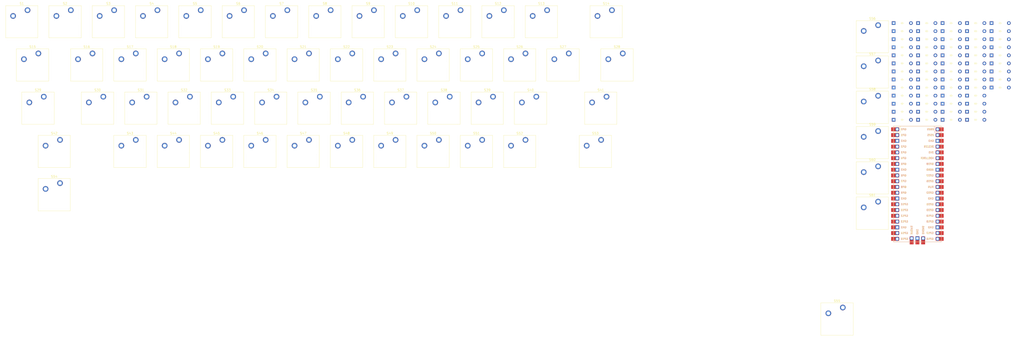
<source format=kicad_pcb>
(kicad_pcb (version 20240108) (generator "pcbnew") (generator_version "8.0")
  (layers (0 "F.Cu" signal) (31 "B.Cu" signal) (34 "B.Paste" user) (35 "F.Paste" user) (36 "B.SilkS" user "B.Silkscreen") (37 "F.SilkS" user "F.Silkscreen") (38 "B.Mask" user) (39 "F.Mask" user) (44 "Edge.Cuts" user))
  (net 0 "")
  (net 1 "Net-(D1-A)")
  (net 4 "Net-(D2-A)")
  (net 5 "Net-(D3-A)")
  (net 8 "Net-(D4-A)")
  (net 10 "Net-(D5-A)")
  (net 12 "Net-(D6-A)")
  (net 14 "Net-(D7-A)")
  (net 15 "Net-(D8-A)")
  (net 18 "Net-(D9-A)")
  (net 19 "Net-(D10-A)")
  (net 21 "Net-(D11-A)")
  (net 23 "Net-(D12-A)")
  (net 26 "Net-(D13-A)")
  (net 28 "Net-(D14-A)")
  (net 29 "Net-(D15-A)")
  (net 32 "Net-(D16-A)")
  (net 33 "Net-(D17-A)")
  (net 35 "Net-(D18-A)")
  (net 38 "Net-(D19-A)")
  (net 40 "Net-(D20-A)")
  (net 42 "Net-(D21-A)")
  (net 43 "Net-(D22-A)")
  (net 45 "Net-(D23-A)")
  (net 48 "Net-(D24-A)")
  (net 49 "Net-(D25-A)")
  (net 51 "Net-(D26-A)")
  (net 54 "Net-(D27-A)")
  (net 55 "Net-(D28-A)")
  (net 57 "Net-(D29-A)")
  (net 59 "Net-(D30-A)")
  (net 62 "Net-(D31-A)")
  (net 63 "Net-(D32-A)")
  (net 65 "Net-(D33-A)")
  (net 67 "Net-(D34-A)")
  (net 70 "Net-(D35-A)")
  (net 72 "Net-(D36-A)")
  (net 74 "Net-(D37-A)")
  (net 75 "Net-(D38-A)")
  (net 78 "Net-(D39-A)")
  (net 79 "Net-(D40-A)")
  (net 82 "Net-(D41-A)")
  (net 83 "Net-(D42-A)")
  (net 85 "Net-(D43-A)")
  (net 87 "Net-(D44-A)")
  (net 89 "Net-(D45-A)")
  (net 92 "Net-(D46-A)")
  (net 94 "Net-(D47-A)")
  (net 96 "Net-(D48-A)")
  (net 98 "Net-(D49-A)")
  (net 99 "Net-(D50-A)")
  (net 101 "Net-(D51-A)")
  (net 103 "Net-(D52-A)")
  (net 106 "Net-(D53-A)")
  (net 107 "Row 5")
  (net 108 "Net-(D54-A)")
  (net 109 "Net-(D55-A)")
  (net 110 "Net-(D56-A)")
  (net 111 "Net-(D57-A)")
  (net 112 "Net-(D58-A)")
  (net 113 "Net-(D59-A)")
  (net 114 "Net-(D60-A)")
  (net 115 "Column 1")
  (net 140 "Net-(D61-A)")
  (footprint "ScottoKeebs_MX:MX_PCB_1.00u" (layer "F.Cu") (at 188.1933 59.6)
    (property "Reference" "S37" (at 0 -8 0) (layer "F.SilkS"))
    (property "Value" "Keyswitch")
    (pad "" np_thru_hole circle (at -5.08 0) (size 1.75 1.75) (drill 1.75) (layers "*.Cu" "*.Mask"))
    (pad "" np_thru_hole circle (at 0 0) (size 4 4) (drill 4) (layers "*.Cu" "*.Mask"))
    (pad "" np_thru_hole circle (at 5.08 0) (size 1.75 1.75) (drill 1.75) (layers "*.Cu" "*.Mask"))
    (pad "1" thru_hole circle (at -3.81 -2.54) (size 2.5 2.5) (drill 1.5) (layers "*.Cu" "*.Mask") (net 115 "Column 1"))
    (pad "2" thru_hole circle (at 2.54 -5.08) (size 2.5 2.5) (drill 1.5) (layers "*.Cu" "*.Mask") (net 74 "Net-(D37-A)"))
  )
  (footprint "ScottoKeebs_MX:MX_PCB_1.00u" (layer "F.Cu") (at 145.324 78.65)
    (property "Reference" "S47" (at 0 -8 0) (layer "F.SilkS"))
    (property "Value" "Keyswitch")
    (pad "" np_thru_hole circle (at -5.08 0) (size 1.75 1.75) (drill 1.75) (layers "*.Cu" "*.Mask"))
    (pad "" np_thru_hole circle (at 0 0) (size 4 4) (drill 4) (layers "*.Cu" "*.Mask"))
    (pad "" np_thru_hole circle (at 5.08 0) (size 1.75 1.75) (drill 1.75) (layers "*.Cu" "*.Mask"))
    (pad "1" thru_hole circle (at -3.81 -2.54) (size 2.5 2.5) (drill 1.5) (layers "*.Cu" "*.Mask") (net 115 "Column 1"))
    (pad "2" thru_hole circle (at 2.54 -5.08) (size 2.5 2.5) (drill 1.5) (layers "*.Cu" "*.Mask") (net 94 "Net-(D47-A)"))
  )
  (footprint "ScottoKeebs_MX:MX_PCB_1.00u" (layer "F.Cu") (at 131.0433 59.6)
    (property "Reference" "S34" (at 0 -8 0) (layer "F.SilkS"))
    (property "Value" "Keyswitch")
    (pad "" np_thru_hole circle (at -5.08 0) (size 1.75 1.75) (drill 1.75) (layers "*.Cu" "*.Mask"))
    (pad "" np_thru_hole circle (at 0 0) (size 4 4) (drill 4) (layers "*.Cu" "*.Mask"))
    (pad "" np_thru_hole circle (at 5.08 0) (size 1.75 1.75) (drill 1.75) (layers "*.Cu" "*.Mask"))
    (pad "1" thru_hole circle (at -3.81 -2.54) (size 2.5 2.5) (drill 1.5) (layers "*.Cu" "*.Mask") (net 115 "Column 1"))
    (pad "2" thru_hole circle (at 2.54 -5.08) (size 2.5 2.5) (drill 1.5) (layers "*.Cu" "*.Mask") (net 67 "Net-(D34-A)"))
  )
  (footprint "ScottoKeebs_MX:MX_PCB_1.00u" (layer "F.Cu") (at 212 21.5)
    (property "Reference" "S11" (at 0 -8 0) (layer "F.SilkS"))
    (property "Value" "Keyswitch")
    (pad "" np_thru_hole circle (at -5.08 0) (size 1.75 1.75) (drill 1.75) (layers "*.Cu" "*.Mask"))
    (pad "" np_thru_hole circle (at 0 0) (size 4 4) (drill 4) (layers "*.Cu" "*.Mask"))
    (pad "" np_thru_hole circle (at 5.08 0) (size 1.75 1.75) (drill 1.75) (layers "*.Cu" "*.Mask"))
    (pad "1" thru_hole circle (at -3.81 -2.54) (size 2.5 2.5) (drill 1.5) (layers "*.Cu" "*.Mask") (net 115 "Column 1"))
    (pad "2" thru_hole circle (at 2.54 -5.08) (size 2.5 2.5) (drill 1.5) (layers "*.Cu" "*.Mask") (net 21 "Net-(D11-A)"))
  )
  (footprint "ScottoKeebs_MX:MX_PCB_1.00u" (layer "F.Cu") (at 40.55 21.5)
    (property "Reference" "S2" (at 0 -8 0) (layer "F.SilkS"))
    (property "Value" "Keyswitch")
    (pad "" np_thru_hole circle (at -5.08 0) (size 1.75 1.75) (drill 1.75) (layers "*.Cu" "*.Mask"))
    (pad "" np_thru_hole circle (at 0 0) (size 4 4) (drill 4) (layers "*.Cu" "*.Mask"))
    (pad "" np_thru_hole circle (at 5.08 0) (size 1.75 1.75) (drill 1.75) (layers "*.Cu" "*.Mask"))
    (pad "1" thru_hole circle (at -3.81 -2.54) (size 2.5 2.5) (drill 1.5) (layers "*.Cu" "*.Mask") (net 115 "Column 1"))
    (pad "2" thru_hole circle (at 2.54 -5.08) (size 2.5 2.5) (drill 1.5) (layers "*.Cu" "*.Mask") (net 4 "Net-(D2-A)"))
  )
  (footprint "ScottoKeebs_MX:MX_PCB_1.00u" (layer "F.Cu") (at 240.574 78.65)
    (property "Reference" "S52" (at 0 -8 0) (layer "F.SilkS"))
    (property "Value" "Keyswitch")
    (pad "" np_thru_hole circle (at -5.08 0) (size 1.75 1.75) (drill 1.75) (layers "*.Cu" "*.Mask"))
    (pad "" np_thru_hole circle (at 0 0) (size 4 4) (drill 4) (layers "*.Cu" "*.Mask"))
    (pad "" np_thru_hole circle (at 5.08 0) (size 1.75 1.75) (drill 1.75) (layers "*.Cu" "*.Mask"))
    (pad "1" thru_hole circle (at -3.81 -2.54) (size 2.5 2.5) (drill 1.5) (layers "*.Cu" "*.Mask") (net 115 "Column 1"))
    (pad "2" thru_hole circle (at 2.54 -5.08) (size 2.5 2.5) (drill 1.5) (layers "*.Cu" "*.Mask") (net 103 "Net-(D52-A)"))
  )
  (footprint "ScottoKeebs_MX:MX_PCB_1.00u" (layer "F.Cu") (at 395.735 105.855)
    (property "Reference" "S61" (at 0 -8 0) (layer "F.SilkS"))
    (property "Value" "Keyswitch")
    (pad "" np_thru_hole circle (at -5.08 0) (size 1.75 1.75) (drill 1.75) (layers "*.Cu" "*.Mask"))
    (pad "" np_thru_hole circle (at 0 0) (size 4 4) (drill 4) (layers "*.Cu" "*.Mask"))
    (pad "" np_thru_hole circle (at 5.08 0) (size 1.75 1.75) (drill 1.75) (layers "*.Cu" "*.Mask"))
    (pad "1" thru_hole circle (at -3.81 -2.54) (size 2.5 2.5) (drill 1.5) (layers "*.Cu" "*.Mask") (net 115 "Column 1"))
    (pad "2" thru_hole circle (at 2.54 -5.08) (size 2.5 2.5) (drill 1.5) (layers "*.Cu" "*.Mask") (net 140 "Net-(D61-A)"))
  )
  (footprint "ScottoKeebs_Components:Diode_DO-35" (layer "F.Cu") (at 415.855 61.155)
    (property "Reference" "D25" (hide yes))
    (property "Value" "Diode" (hide yes))
    (pad "1" thru_hole rect (at 0 0) (size 1.6 1.6) (drill 0.8) (layers "*.Cu" "*.Mask"))
    (pad "2" thru_hole oval (at 7.62 0) (size 1.6 1.6) (drill 0.8) (layers "*.Cu" "*.Mask") (net 49 "Net-(D25-A)"))
  )
  (footprint "ScottoKeebs_Components:Diode_DO-35" (layer "F.Cu") (at 437.395 29.205)
    (property "Reference" "D42" (hide yes))
    (property "Value" "Diode" (hide yes))
    (pad "1" thru_hole rect (at 0 0) (size 1.6 1.6) (drill 0.8) (layers "*.Cu" "*.Mask"))
    (pad "2" thru_hole oval (at 7.62 0) (size 1.6 1.6) (drill 0.8) (layers "*.Cu" "*.Mask") (net 83 "Net-(D42-A)"))
  )
  (footprint "ScottoKeebs_MX:MX_PCB_1.00u" (layer "F.Cu") (at 69.124 40.55)
    (property "Reference" "S17" (at 0 -8 0) (layer "F.SilkS"))
    (property "Value" "Keyswitch")
    (pad "" np_thru_hole circle (at -5.08 0) (size 1.75 1.75) (drill 1.75) (layers "*.Cu" "*.Mask"))
    (pad "" np_thru_hole circle (at 0 0) (size 4 4) (drill 4) (layers "*.Cu" "*.Mask"))
    (pad "" np_thru_hole circle (at 5.08 0) (size 1.75 1.75) (drill 1.75) (layers "*.Cu" "*.Mask"))
    (pad "1" thru_hole circle (at -3.81 -2.54) (size 2.5 2.5) (drill 1.5) (layers "*.Cu" "*.Mask") (net 115 "Column 1"))
    (pad "2" thru_hole circle (at 2.54 -5.08) (size 2.5 2.5) (drill 1.5) (layers "*.Cu" "*.Mask") (net 33 "Net-(D17-A)"))
  )
  (footprint "ScottoKeebs_MX:MX_PCB_2.00u" (layer "F.Cu") (at 278.6115 21.5)
    (property "Reference" "S14" (at 0 -8 0) (layer "F.SilkS"))
    (property "Value" "Keyswitch")
    (pad "" np_thru_hole circle (at -5.08 0) (size 1.75 1.75) (drill 1.75) (layers "*.Cu" "*.Mask"))
    (pad "" np_thru_hole circle (at 0 0) (size 4 4) (drill 4) (layers "*.Cu" "*.Mask"))
    (pad "" np_thru_hole circle (at 5.08 0) (size 1.75 1.75) (drill 1.75) (layers "*.Cu" "*.Mask"))
    (pad "1" thru_hole circle (at -3.81 -2.54) (size 2.5 2.5) (drill 1.5) (layers "*.Cu" "*.Mask") (net 115 "Column 1"))
    (pad "2" thru_hole circle (at 2.54 -5.08) (size 2.5 2.5) (drill 1.5) (layers "*.Cu" "*.Mask") (net 28 "Net-(D14-A)"))
  )
  (footprint "ScottoKeebs_Components:Diode_DO-35" (layer "F.Cu") (at 437.395 39.855)
    (property "Reference" "D45" (hide yes))
    (property "Value" "Diode" (hide yes))
    (pad "1" thru_hole rect (at 0 0) (size 1.6 1.6) (drill 0.8) (layers "*.Cu" "*.Mask"))
    (pad "2" thru_hole oval (at 7.62 0) (size 1.6 1.6) (drill 0.8) (layers "*.Cu" "*.Mask") (net 89 "Net-(D45-A)"))
  )
  (footprint "ScottoKeebs_MX:MX_PCB_1.50u" (layer "F.Cu") (at 26.262 40.55)
    (property "Reference" "S15" (at 0 -8 0) (layer "F.SilkS"))
    (property "Value" "Keyswitch")
    (pad "" np_thru_hole circle (at -5.08 0) (size 1.75 1.75) (drill 1.75) (layers "*.Cu" "*.Mask"))
    (pad "" np_thru_hole circle (at 0 0) (size 4 4) (drill 4) (layers "*.Cu" "*.Mask"))
    (pad "" np_thru_hole circle (at 5.08 0) (size 1.75 1.75) (drill 1.75) (layers "*.Cu" "*.Mask"))
    (pad "1" thru_hole circle (at -3.81 -2.54) (size 2.5 2.5) (drill 1.5) (layers "*.Cu" "*.Mask") (net 115 "Column 1"))
    (pad "2" thru_hole circle (at 2.54 -5.08) (size 2.5 2.5) (drill 1.5) (layers "*.Cu" "*.Mask") (net 29 "Net-(D15-A)"))
  )
  (footprint "ScottoKeebs_Components:Diode_DO-35" (layer "F.Cu") (at 448.165 50.505)
    (property "Reference" "D61" (hide yes))
    (property "Value" "Diode" (hide yes))
    (pad "1" thru_hole rect (at 0 0) (size 1.6 1.6) (drill 0.8) (layers "*.Cu" "*.Mask") (net 107 "Row 5"))
    (pad "2" thru_hole oval (at 7.62 0) (size 1.6 1.6) (drill 0.8) (layers "*.Cu" "*.Mask") (net 140 "Net-(D61-A)"))
  )
  (footprint "ScottoKeebs_MX:MX_PCB_1.00u" (layer "F.Cu") (at 135.8 21.5)
    (property "Reference" "S7" (at 0 -8 0) (layer "F.SilkS"))
    (property "Value" "Keyswitch")
    (pad "" np_thru_hole circle (at -5.08 0) (size 1.75 1.75) (drill 1.75) (layers "*.Cu" "*.Mask"))
    (pad "" np_thru_hole circle (at 0 0) (size 4 4) (drill 4) (layers "*.Cu" "*.Mask"))
    (pad "" np_thru_hole circle (at 5.08 0) (size 1.75 1.75) (drill 1.75) (layers "*.Cu" "*.Mask"))
    (pad "1" thru_hole circle (at -3.81 -2.54) (size 2.5 2.5) (drill 1.5) (layers "*.Cu" "*.Mask") (net 115 "Column 1"))
    (pad "2" thru_hole circle (at 2.54 -5.08) (size 2.5 2.5) (drill 1.5) (layers "*.Cu" "*.Mask") (net 14 "Net-(D7-A)"))
  )
  (footprint "ScottoKeebs_MX:MX_PCB_1.00u" (layer "F.Cu") (at 154.85 21.5)
    (property "Reference" "S8" (at 0 -8 0) (layer "F.SilkS"))
    (property "Value" "Keyswitch")
    (pad "" np_thru_hole circle (at -5.08 0) (size 1.75 1.75) (drill 1.75) (layers "*.Cu" "*.Mask"))
    (pad "" np_thru_hole circle (at 0 0) (size 4 4) (drill 4) (layers "*.Cu" "*.Mask"))
    (pad "" np_thru_hole circle (at 5.08 0) (size 1.75 1.75) (drill 1.75) (layers "*.Cu" "*.Mask"))
    (pad "1" thru_hole circle (at -3.81 -2.54) (size 2.5 2.5) (drill 1.5) (layers "*.Cu" "*.Mask") (net 115 "Column 1"))
    (pad "2" thru_hole circle (at 2.54 -5.08) (size 2.5 2.5) (drill 1.5) (layers "*.Cu" "*.Mask") (net 15 "Net-(D8-A)"))
  )
  (footprint "ScottoKeebs_Components:Diode_DO-35" (layer "F.Cu") (at 448.165 36.305)
    (property "Reference" "D57" (hide yes))
    (property "Value" "Diode" (hide yes))
    (pad "1" thru_hole rect (at 0 0) (size 1.6 1.6) (drill 0.8) (layers "*.Cu" "*.Mask") (net 107 "Row 5"))
    (pad "2" thru_hole oval (at 7.62 0) (size 1.6 1.6) (drill 0.8) (layers "*.Cu" "*.Mask") (net 111 "Net-(D57-A)"))
  )
  (footprint "ScottoKeebs_MX:MX_PCB_1.00u" (layer "F.Cu") (at 207.2433 59.6)
    (property "Reference" "S38" (at 0 -8 0) (layer "F.SilkS"))
    (property "Value" "Keyswitch")
    (pad "" np_thru_hole circle (at -5.08 0) (size 1.75 1.75) (drill 1.75) (layers "*.Cu" "*.Mask"))
    (pad "" np_thru_hole circle (at 0 0) (size 4 4) (drill 4) (layers "*.Cu" "*.Mask"))
    (pad "" np_thru_hole circle (at 5.08 0) (size 1.75 1.75) (drill 1.75) (layers "*.Cu" "*.Mask"))
    (pad "1" thru_hole circle (at -3.81 -2.54) (size 2.5 2.5) (drill 1.5) (layers "*.Cu" "*.Mask") (net 115 "Column 1"))
    (pad "2" thru_hole circle (at 2.54 -5.08) (size 2.5 2.5) (drill 1.5) (layers "*.Cu" "*.Mask") (net 75 "Net-(D38-A)"))
  )
  (footprint "ScottoKeebs_Components:Diode_DO-35" (layer "F.Cu") (at 437.395 61.155)
    (property "Reference" "D51" (hide yes))
    (property "Value" "Diode" (hide yes))
    (pad "1" thru_hole rect (at 0 0) (size 1.6 1.6) (drill 0.8) (layers "*.Cu" "*.Mask"))
    (pad "2" thru_hole oval (at 7.62 0) (size 1.6 1.6) (drill 0.8) (layers "*.Cu" "*.Mask") (net 101 "Net-(D51-A)"))
  )
  (footprint "ScottoKeebs_Components:Diode_DO-35" (layer "F.Cu") (at 415.855 64.705)
    (property "Reference" "D26" (hide yes))
    (property "Value" "Diode" (hide yes))
    (pad "1" thru_hole rect (at 0 0) (size 1.6 1.6) (drill 0.8) (layers "*.Cu" "*.Mask"))
    (pad "2" thru_hole oval (at 7.62 0) (size 1.6 1.6) (drill 0.8) (layers "*.Cu" "*.Mask") (net 51 "Net-(D26-A)"))
  )
  (footprint "ScottoKeebs_Components:Diode_DO-35" (layer "F.Cu") (at 437.395 43.405)
    (property "Reference" "D46" (hide yes))
    (property "Value" "Diode" (hide yes))
    (pad "1" thru_hole rect (at 0 0) (size 1.6 1.6) (drill 0.8) (layers "*.Cu" "*.Mask"))
    (pad "2" thru_hole oval (at 7.62 0) (size 1.6 1.6) (drill 0.8) (layers "*.Cu" "*.Mask") (net 92 "Net-(D46-A)"))
  )
  (footprint "ScottoKeebs_Components:Diode_DO-35" (layer "F.Cu") (at 426.625 57.605)
    (property "Reference" "D37" (hide yes))
    (property "Value" "Diode" (hide yes))
    (pad "1" thru_hole rect (at 0 0) (size 1.6 1.6) (drill 0.8) (layers "*.Cu" "*.Mask"))
    (pad "2" thru_hole oval (at 7.62 0) (size 1.6 1.6) (drill 0.8) (layers "*.Cu" "*.Mask") (net 74 "Net-(D37-A)"))
  )
  (footprint "ScottoKeebs_Components:Diode_DO-35" (layer "F.Cu") (at 415.855 43.405)
    (property "Reference" "D20" (hide yes))
    (property "Value" "Diode" (hide yes))
    (pad "1" thru_hole rect (at 0 0) (size 1.6 1.6) (drill 0.8) (layers "*.Cu" "*.Mask"))
    (pad "2" thru_hole oval (at 7.62 0) (size 1.6 1.6) (drill 0.8) (layers "*.Cu" "*.Mask") (net 40 "Net-(D20-A)"))
  )
  (footprint "ScottoKeebs_Components:Diode_DO-35" (layer "F.Cu") (at 426.625 46.955)
    (property "Reference" "D34" (hide yes))
    (property "Value" "Diode" (hide yes))
    (pad "1" thru_hole rect (at 0 0) (size 1.6 1.6) (drill 0.8) (layers "*.Cu" "*.Mask"))
    (pad "2" thru_hole oval (at 7.62 0) (size 1.6 1.6) (drill 0.8) (layers "*.Cu" "*.Mask") (net 67 "Net-(D34-A)"))
  )
  (footprint "ScottoKeebs_Components:Diode_DO-35" (layer "F.Cu") (at 437.395 46.955)
    (property "Reference" "D47" (hide yes))
    (property "Value" "Diode" (hide yes))
    (pad "1" thru_hole rect (at 0 0) (size 1.6 1.6) (drill 0.8) (layers "*.Cu" "*.Mask"))
    (pad "2" thru_hole oval (at 7.62 0) (size 1.6 1.6) (drill 0.8) (layers "*.Cu" "*.Mask") (net 94 "Net-(D47-A)"))
  )
  (footprint "ScottoKeebs_Components:Diode_DO-35" (layer "F.Cu") (at 448.165 43.405)
    (property "Reference" "D59" (hide yes))
    (property "Value" "Diode" (hide yes))
    (pad "1" thru_hole rect (at 0 0) (size 1.6 1.6) (drill 0.8) (layers "*.Cu" "*.Mask") (net 107 "Row 5"))
    (pad "2" thru_hole oval (at 7.62 0) (size 1.6 1.6) (drill 0.8) (layers "*.Cu" "*.Mask") (net 113 "Net-(D59-A)"))
  )
  (footprint "ScottoKeebs_Components:Diode_DO-35" (layer "F.Cu") (at 415.855 36.305)
    (property "Reference" "D18" (hide yes))
    (property "Value" "Diode" (hide yes))
    (pad "1" thru_hole rect (at 0 0) (size 1.6 1.6) (drill 0.8) (layers "*.Cu" "*.Mask"))
    (pad "2" thru_hole oval (at 7.62 0) (size 1.6 1.6) (drill 0.8) (layers "*.Cu" "*.Mask") (net 35 "Net-(D18-A)"))
  )
  (footprint "ScottoKeebs_Components:Diode_DO-35" (layer "F.Cu") (at 415.855 25.655)
    (property "Reference" "D15" (hide yes))
    (property "Value" "Diode" (hide yes))
    (pad "1" thru_hole rect (at 0 0) (size 1.6 1.6) (drill 0.8) (layers "*.Cu" "*.Mask"))
    (pad "2" thru_hole oval (at 7.62 0) (size 1.6 1.6) (drill 0.8) (layers "*.Cu" "*.Mask") (net 29 "Net-(D15-A)"))
  )
  (footprint "ScottoKeebs_Components:Diode_DO-35" (layer "F.Cu") (at 405.085 32.755)
    (property "Reference" "D4" (hide yes))
    (property "Value" "Diode" (hide yes))
    (pad "1" thru_hole rect (at 0 0) (size 1.6 1.6) (drill 0.8) (layers "*.Cu" "*.Mask"))
    (pad "2" thru_hole oval (at 7.62 0) (size 1.6 1.6) (drill 0.8) (layers "*.Cu" "*.Mask") (net 8 "Net-(D4-A)"))
  )
  (footprint "ScottoKeebs_Components:Diode_DO-35" (layer "F.Cu") (at 426.625 32.755)
    (property "Reference" "D30" (hide yes))
    (property "Value" "Diode" (hide yes))
    (pad "1" thru_hole rect (at 0 0) (size 1.6 1.6) (drill 0.8) (layers "*.Cu" "*.Mask"))
    (pad "2" thru_hole oval (at 7.62 0) (size 1.6 1.6) (drill 0.8) (layers "*.Cu" "*.Mask") (net 59 "Net-(D30-A)"))
  )
  (footprint "ScottoKeebs_Components:Diode_DO-35" (layer "F.Cu") (at 405.085 29.205)
    (property "Reference" "D3" (hide yes))
    (property "Value" "Diode" (hide yes))
    (pad "1" thru_hole rect (at 0 0) (size 1.6 1.6) (drill 0.8) (layers "*.Cu" "*.Mask"))
    (pad "2" thru_hole oval (at 7.62 0) (size 1.6 1.6) (drill 0.8) (layers "*.Cu" "*.Mask") (net 5 "Net-(D3-A)"))
  )
  (footprint "ScottoKeebs_MX:MX_PCB_1.00u" (layer "F.Cu") (at 169.1433 59.6)
    (property "Reference" "S36" (at 0 -8 0) (layer "F.SilkS"))
    (property "Value" "Keyswitch")
    (pad "" np_thru_hole circle (at -5.08 0) (size 1.75 1.75) (drill 1.75) (layers "*.Cu" "*.Mask"))
    (pad "" np_thru_hole circle (at 0 0) (size 4 4) (drill 4) (layers "*.Cu" "*.Mask"))
    (pad "" np_thru_hole circle (at 5.08 0) (size 1.75 1.75) (drill 1.75) (layers "*.Cu" "*.Mask"))
    (pad "1" thru_hole circle (at -3.81 -2.54) (size 2.5 2.5) (drill 1.5) (layers "*.Cu" "*.Mask") (net 115 "Column 1"))
    (pad "2" thru_hole circle (at 2.54 -5.08) (size 2.5 2.5) (drill 1.5) (layers "*.Cu" "*.Mask") (net 72 "Net-(D36-A)"))
  )
  (footprint "ScottoKeebs_MX:MX_PCB_1.00u" (layer "F.Cu") (at 69.124 78.65)
    (property "Reference" "S43" (at 0 -8 0) (layer "F.SilkS"))
    (property "Value" "Keyswitch")
    (pad "" np_thru_hole circle (at -5.08 0) (size 1.75 1.75) (drill 1.75) (layers "*.Cu" "*.Mask"))
    (pad "" np_thru_hole circle (at 0 0) (size 4 4) (drill 4) (layers "*.Cu" "*.Mask"))
    (pad "" np_thru_hole circle (at 5.08 0) (size 1.75 1.75) (drill 1.75) (layers "*.Cu" "*.Mask"))
    (pad "1" thru_hole circle (at -3.81 -2.54) (size 2.5 2.5) (drill 1.5) (layers "*.Cu" "*.Mask") (net 115 "Column 1"))
    (pad "2" thru_hole circle (at 2.54 -5.08) (size 2.5 2.5) (drill 1.5) (layers "*.Cu" "*.Mask") (net 85 "Net-(D43-A)"))
  )
  (footprint "ScottoKeebs_MX:MX_PCB_1.00u" (layer "F.Cu") (at 111.9933 59.6)
    (property "Reference" "S33" (at 0 -8 0) (layer "F.SilkS"))
    (property "Value" "Keyswitch")
    (pad "" np_thru_hole circle (at -5.08 0) (size 1.75 1.75) (drill 1.75) (layers "*.Cu" "*.Mask"))
    (pad "" np_thru_hole circle (at 0 0) (size 4 4) (drill 4) (layers "*.Cu" "*.Mask"))
    (pad "" np_thru_hole circle (at 5.08 0) (size 1.75 1.75) (drill 1.75) (layers "*.Cu" "*.Mask"))
    (pad "1" thru_hole circle (at -3.81 -2.54) (size 2.5 2.5) (drill 1.5) (layers "*.Cu" "*.Mask") (net 115 "Column 1"))
    (pad "2" thru_hole circle (at 2.54 -5.08) (size 2.5 2.5) (drill 1.5) (layers "*.Cu" "*.Mask") (net 65 "Net-(D33-A)"))
  )
  (footprint "ScottoKeebs_MX:MX_PCB_1.00u" (layer "F.Cu") (at 245.3433 59.6)
    (property "Reference" "S40" (at 0 -8 0) (layer "F.SilkS"))
    (property "Value" "Keyswitch")
    (pad "" np_thru_hole circle (at -5.08 0) (size 1.75 1.75) (drill 1.75) (layers "*.Cu" "*.Mask"))
    (pad "" np_thru_hole circle (at 0 0) (size 4 4) (drill 4) (layers "*.Cu" "*.Mask"))
    (pad "" np_thru_hole circle (at 5.08 0) (size 1.75 1.75) (drill 1.75) (layers "*.Cu" "*.Mask"))
    (pad "1" thru_hole circle (at -3.81 -2.54) (size 2.5 2.5) (drill 1.5) (layers "*.Cu" "*.Mask") (net 115 "Column 1"))
    (pad "2" thru_hole circle (at 2.54 -5.08) (size 2.5 2.5) (drill 1.5) (layers "*.Cu" "*.Mask") (net 79 "Net-(D40-A)"))
  )
  (footprint "ScottoKeebs_MX:MX_PCB_1.00u" (layer "F.Cu") (at 92.9433 59.6)
    (property "Reference" "S32" (at 0 -8 0) (layer "F.SilkS"))
    (property "Value" "Keyswitch")
    (pad "" np_thru_hole circle (at -5.08 0) (size 1.75 1.75) (drill 1.75) (layers "*.Cu" "*.Mask"))
    (pad "" np_thru_hole circle (at 0 0) (size 4 4) (drill 4) (layers "*.Cu" "*.Mask"))
    (pad "" np_thru_hole circle (at 5.08 0) (size 1.75 1.75) (drill 1.75) (layers "*.Cu" "*.Mask"))
    (pad "1" thru_hole circle (at -3.81 -2.54) (size 2.5 2.5) (drill 1.5) (layers "*.Cu" "*.Mask") (net 115 "Column 1"))
    (pad "2" thru_hole circle (at 2.54 -5.08) (size 2.5 2.5) (drill 1.5) (layers "*.Cu" "*.Mask") (net 63 "Net-(D32-A)"))
  )
  (footprint "ScottoKeebs_Components:Diode_DO-35" (layer "F.Cu") (at 405.085 39.855)
    (property "Reference" "D6" (hide yes))
    (property "Value" "Diode" (hide yes))
    (pad "1" thru_hole rect (at 0 0) (size 1.6 1.6) (drill 0.8) (layers "*.Cu" "*.Mask"))
    (pad "2" thru_hole oval (at 7.62 0) (size 1.6 1.6) (drill 0.8) (layers "*.Cu" "*.Mask") (net 12 "Net-(D6-A)"))
  )
  (footprint "ScottoKeebs_MX:MX_PCB_1.00u" (layer "F.Cu") (at 395.735 90.305)
    (property "Reference" "S60" (at 0 -8 0) (layer "F.SilkS"))
    (property "Value" "Keyswitch")
    (pad "" np_thru_hole circle (at -5.08 0) (size 1.75 1.75) (drill 1.75) (layers "*.Cu" "*.Mask"))
    (pad "" np_thru_hole circle (at 0 0) (size 4 4) (drill 4) (layers "*.Cu" "*.Mask"))
    (pad "" np_thru_hole circle (at 5.08 0) (size 1.75 1.75) (drill 1.75) (layers "*.Cu" "*.Mask"))
    (pad "1" thru_hole circle (at -3.81 -2.54) (size 2.5 2.5) (drill 1.5) (layers "*.Cu" "*.Mask") (net 115 "Column 1"))
    (pad "2" thru_hole circle (at 2.54 -5.08) (size 2.5 2.5) (drill 1.5) (layers "*.Cu" "*.Mask") (net 114 "Net-(D60-A)"))
  )
  (footprint "ScottoKeebs_MX:MX_PCB_1.25u" (layer "F.Cu") (at 380.185 152.505)
    (property "Reference" "S55" (at 0 -8 0) (layer "F.SilkS"))
    (property "Value" "Keyswitch")
    (pad "" np_thru_hole circle (at -5.08 0) (size 1.75 1.75) (drill 1.75) (layers "*.Cu" "*.Mask"))
    (pad "" np_thru_hole circle (at 0 0) (size 4 4) (drill 4) (layers "*.Cu" "*.Mask"))
    (pad "" np_thru_hole circle (at 5.08 0) (size 1.75 1.75) (drill 1.75) (layers "*.Cu" "*.Mask"))
    (pad "1" thru_hole circle (at -3.81 -2.54) (size 2.5 2.5) (drill 1.5) (layers "*.Cu" "*.Mask") (net 115 "Column 1"))
    (pad "2" thru_hole circle (at 2.54 -5.08) (size 2.5 2.5) (drill 1.5) (layers "*.Cu" "*.Mask") (net 109 "Net-(D55-A)"))
  )
  (footprint "ScottoKeebs_MX:MX_PCB_1.00u" (layer "F.Cu") (at 107.224 40.55)
    (property "Reference" "S19" (at 0 -8 0) (layer "F.SilkS"))
    (property "Value" "Keyswitch")
    (pad "" np_thru_hole circle (at -5.08 0) (size 1.75 1.75) (drill 1.75) (layers "*.Cu" "*.Mask"))
    (pad "" np_thru_hole circle (at 0 0) (size 4 4) (drill 4) (layers "*.Cu" "*.Mask"))
    (pad "" np_thru_hole circle (at 5.08 0) (size 1.75 1.75) (drill 1.75) (layers "*.Cu" "*.Mask"))
    (pad "1" thru_hole circle (at -3.81 -2.54) (size 2.5 2.5) (drill 1.5) (layers "*.Cu" "*.Mask") (net 115 "Column 1"))
    (pad "2" thru_hole circle (at 2.54 -5.08) (size 2.5 2.5) (drill 1.5) (layers "*.Cu" "*.Mask") (net 38 "Net-(D19-A)"))
  )
  (footprint "ScottoKeebs_MX:MX_PCB_1.00u" (layer "F.Cu") (at 221.524 40.55)
    (property "Reference" "S25" (at 0 -8 0) (layer "F.SilkS"))
    (property "Value" "Keyswitch")
    (pad "" np_thru_hole circle (at -5.08 0) (size 1.75 1.75) (drill 1.75) (layers "*.Cu" "*.Mask"))
    (pad "" np_thru_hole circle (at 0 0) (size 4 4) (drill 4) (layers "*.Cu" "*.Mask"))
    (pad "" np_thru_hole circle (at 5.08 0) (size 1.75 1.75) (drill 1.75) (layers "*.Cu" "*.Mask"))
    (pad "1" thru_hole circle (at -3.81 -2.54) (size 2.5 2.5) (drill 1.5) (layers "*.Cu" "*.Mask") (net 115 "Column 1"))
    (pad "2" thru_hole circle (at 2.54 -5.08) (size 2.5 2.5) (drill 1.5) (layers "*.Cu" "*.Mask") (net 49 "Net-(D25-A)"))
  )
  (footprint "ScottoKeebs_Components:Diode_DO-35" (layer "F.Cu") (at 448.165 39.855)
    (property "Reference" "D58" (hide yes))
    (property "Value" "Diode" (hide yes))
    (pad "1" thru_hole rect (at 0 0) (size 1.6 1.6) (drill 0.8) (layers "*.Cu" "*.Mask") (net 107 "Row 5"))
    (pad "2" thru_hole oval (at 7.62 0) (size 1.6 1.6) (drill 0.8) (layers "*.Cu" "*.Mask") (net 112 "Net-(D58-A)"))
  )
  (footprint "ScottoKeebs_Components:Diode_DO-35" (layer "F.Cu") (at 405.085 57.605)
    (property "Reference" "D11" (hide yes))
    (property "Value" "Diode" (hide yes))
    (pad "1" thru_hole rect (at 0 0) (size 1.6 1.6) (drill 0.8) (layers "*.Cu" "*.Mask"))
    (pad "2" thru_hole oval (at 7.62 0) (size 1.6 1.6) (drill 0.8) (layers "*.Cu" "*.Mask") (net 21 "Net-(D11-A)"))
  )
  (footprint "ScottoKeebs_MX:MX_PCB_1.00u" (layer "F.Cu") (at 88.174 78.65)
    (property "Reference" "S44" (at 0 -8 0) (layer "F.SilkS"))
    (property "Value" "Keyswitch")
    (pad "" np_thru_hole circle (at -5.08 0) (size 1.75 1.75) (drill 1.75) (layers "*.Cu" "*.Mask"))
    (pad "" np_thru_hole circle (at 0 0) (size 4 4) (drill 4) (layers "*.Cu" "*.Mask"))
    (pad "" np_thru_hole circle (at 5.08 0) (size 1.75 1.75) (drill 1.75) (layers "*.Cu" "*.Mask"))
    (pad "1" thru_hole circle (at -3.81 -2.54) (size 2.5 2.5) (drill 1.5) (layers "*.Cu" "*.Mask") (net 115 "Column 1"))
    (pad "2" thru_hole circle (at 2.54 -5.08) (size 2.5 2.5) (drill 1.5) (layers "*.Cu" "*.Mask") (net 87 "Net-(D44-A)"))
  )
  (footprint "ScottoKeebs_Components:Diode_DO-35" (layer "F.Cu") (at 437.395 54.055)
    (property "Reference" "D49" (hide yes))
    (property "Value" "Diode" (hide yes))
    (pad "1" thru_hole rect (at 0 0) (size 1.6 1.6) (drill 0.8) (layers "*.Cu" "*.Mask"))
    (pad "2" thru_hole oval (at 7.62 0) (size 1.6 1.6) (drill 0.8) (layers "*.Cu" "*.Mask") (net 98 "Net-(D49-A)"))
  )
  (footprint "ScottoKeebs_MX:MX_PCB_1.75u" (layer "F.Cu") (at 28.6433 59.6)
    (property "Reference" "S29" (at 0 -8 0) (layer "F.SilkS"))
    (property "Value" "Keyswitch")
    (pad "" np_thru_hole circle (at -5.08 0) (size 1.75 1.75) (drill 1.75) (layers "*.Cu" "*.Mask"))
    (pad "" np_thru_hole circle (at 0 0) (size 4 4) (drill 4) (layers "*.Cu" "*.Mask"))
    (pad "" np_thru_hole circle (at 5.08 0) (size 1.75 1.75) (drill 1.75) (layers "*.Cu" "*.Mask"))
    (pad "1" thru_hole circle (at -3.81 -2.54) (size 2.5 2.5) (drill 1.5) (layers "*.Cu" "*.Mask") (net 115 "Column 1"))
    (pad "2" thru_hole circle (at 2.54 -5.08) (size 2.5 2.5) (drill 1.5) (layers "*.Cu" "*.Mask") (net 57 "Net-(D29-A)"))
  )
  (footprint "ScottoKeebs_MX:MX_PCB_1.00u" (layer "F.Cu") (at 250.1 21.5)
    (property "Reference" "S13" (at 0 -8 0) (layer "F.SilkS"))
    (property "Value" "Keyswitch")
    (pad "" np_thru_hole circle (at -5.08 0) (size 1.75 1.75) (drill 1.75) (layers "*.Cu" "*.Mask"))
    (pad "" np_thru_hole circle (at 0 0) (size 4 4) (drill 4) (layers "*.Cu" "*.Mask"))
    (pad "" np_thru_hole circle (at 5.08 0) (size 1.75 1.75) (drill 1.75) (layers "*.Cu" "*.Mask"))
    (pad "1" thru_hole circle (at -3.81 -2.54) (size 2.5 2.5) (drill 1.5) (layers "*.Cu" "*.Mask") (net 115 "Column 1"))
    (pad "2" thru_hole circle (at 2.54 -5.08) (size 2.5 2.5) (drill 1.5) (layers "*.Cu" "*.Mask") (net 26 "Net-(D13-A)"))
  )
  (footprint "ScottoKeebs_Components:Diode_DO-35" (layer "F.Cu") (at 448.165 22.105)
    (property "Reference" "D53" (hide yes))
    (property "Value" "Diode" (hide yes))
    (pad "1" thru_hole rect (at 0 0) (size 1.6 1.6) (drill 0.8) (layers "*.Cu" "*.Mask"))
    (pad "2" thru_hole oval (at 7.62 0) (size 1.6 1.6) (drill 0.8) (layers "*.Cu" "*.Mask") (net 106 "Net-(D53-A)"))
  )
  (footprint "ScottoKeebs_MX:MX_PCB_1.00u" (layer "F.Cu") (at 150.0933 59.6)
    (property "Reference" "S35" (at 0 -8 0) (layer "F.SilkS"))
    (property "Value" "Keyswitch")
    (pad "" np_thru_hole circle (at -5.08 0) (size 1.75 1.75) (drill 1.75) (layers "*.Cu" "*.Mask"))
    (pad "" np_thru_hole circle (at 0 0) (size 4 4) (drill 4) (layers "*.Cu" "*.Mask"))
    (pad "" np_thru_hole circle (at 5.08 0) (size 1.75 1.75) (drill 1.75) (layers "*.Cu" "*.Mask"))
    (pad "1" thru_hole circle (at -3.81 -2.54) (size 2.5 2.5) (drill 1.5) (layers "*.Cu" "*.Mask") (net 115 "Column 1"))
    (pad "2" thru_hole circle (at 2.54 -5.08) (size 2.5 2.5) (drill 1.5) (layers "*.Cu" "*.Mask") (net 70 "Net-(D35-A)"))
  )
  (footprint "ScottoKeebs_Components:Diode_DO-35" (layer "F.Cu") (at 426.625 25.655)
    (property "Reference" "D28" (hide yes))
    (property "Value" "Diode" (hide yes))
    (pad "1" thru_hole rect (at 0 0) (size 1.6 1.6) (drill 0.8) (layers "*.Cu" "*.Mask"))
    (pad "2" thru_hole oval (at 7.62 0) (size 1.6 1.6) (drill 0.8) (layers "*.Cu" "*.Mask") (net 55 "Net-(D28-A)"))
  )
  (footprint "ScottoKeebs_MX:MX_PCB_1.00u" (layer "F.Cu") (at 259.624 40.55)
    (property "Reference" "S27" (at 0 -8 0) (layer "F.SilkS"))
    (property "Value" "Keyswitch")
    (pad "" np_thru_hole circle (at -5.08 0) (size 1.75 1.75) (drill 1.75) (layers "*.Cu" "*.Mask"))
    (pad "" np_thru_hole circle (at 0 0) (size 4 4) (drill 4) (layers "*.Cu" "*.Mask"))
    (pad "" np_thru_hole circle (at 5.08 0) (size 1.75 1.75) (drill 1.75) (layers "*.Cu" "*.Mask"))
    (pad "1" thru_hole circle (at -3.81 -2.54) (size 2.5 2.5) (drill 1.5) (layers "*.Cu" "*.Mask") (net 115 "Column 1"))
    (pad "2" thru_hole circle (at 2.54 -5.08) (size 2.5 2.5) (drill 1.5) (layers "*.Cu" "*.Mask") (net 54 "Net-(D27-A)"))
  )
  (footprint "ScottoKeebs_MX:MX_PCB_1.25u" (layer "F.Cu") (at 35.7873 97.7)
    (property "Reference" "S54" (at 0 -8 0) (layer "F.SilkS"))
    (property "Value" "Keyswitch")
    (pad "" np_thru_hole circle (at -5.08 0) (size 1.75 1.75) (drill 1.75) (layers "*.Cu" "*.Mask"))
    (pad "" np_thru_hole circle (at 0 0) (size 4 4) (drill 4) (layers "*.Cu" "*.Mask"))
    (pad "" np_thru_hole circle (at 5.08 0) (size 1.75 1.75) (drill 1.75) (layers "*.Cu" "*.Mask"))
    (pad "1" thru_hole circle (at -3.81 -2.54) (size 2.5 2.5) (drill 1.5) (layers "*.Cu" "*.Mask") (net 115 "Column 1"))
    (pad "2" thru_hole circle (at 2.54 -5.08) (size 2.5 2.5) (drill 1.5) (layers "*.Cu" "*.Mask") (net 108 "Net-(D54-A)"))
  )
  (footprint "ScottoKeebs_Components:Diode_DO-35" (layer "F.Cu") (at 426.625 64.705)
    (property "Reference" "D39" (hide yes))
    (property "Value" "Diode" (hide yes))
    (pad "1" thru_hole rect (at 0 0) (size 1.6 1.6) (drill 0.8) (layers "*.Cu" "*.Mask"))
    (pad "2" thru_hole oval (at 7.62 0) (size 1.6 1.6) (drill 0.8) (layers "*.Cu" "*.Mask") (net 78 "Net-(D39-A)"))
  )
  (footprint "ScottoKeebs_Components:Diode_DO-35" (layer "F.Cu") (at 405.085 64.705)
    (property "Reference" "D13" (hide yes))
    (property "Value" "Diode" (hide yes))
    (pad "1" thru_hole rect (at 0 0) (size 1.6 1.6) (drill 0.8) (layers "*.Cu" "*.Mask"))
    (pad "2" thru_hole oval (at 7.62 0) (size 1.6 1.6) (drill 0.8) (layers "*.Cu" "*.Mask") (net 26 "Net-(D13-A)"))
  )
  (footprint "ScottoKeebs_Components:Diode_DO-35" (layer "F.Cu") (at 426.625 54.055)
    (property "Reference" "D36" (hide yes))
    (property "Value" "Diode" (hide yes))
    (pad "1" thru_hole rect (at 0 0) (size 1.6 1.6) (drill 0.8) (layers "*.Cu" "*.Mask"))
    (pad "2" thru_hole oval (at 7.62 0) (size 1.6 1.6) (drill 0.8) (layers "*.Cu" "*.Mask") (net 72 "Net-(D36-A)"))
  )
  (footprint "ScottoKeebs_MX:MX_PCB_1.00u" (layer "F.Cu") (at 78.65 21.5)
    (property "Reference" "S4" (at 0 -8 0) (layer "F.SilkS"))
    (property "Value" "Keyswitch")
    (pad "" np_thru_hole circle (at -5.08 0) (size 1.75 1.75) (drill 1.75) (layers "*.Cu" "*.Mask"))
    (pad "" np_thru_hole circle (at 0 0) (size 4 4) (drill 4) (layers "*.Cu" "*.Mask"))
    (pad "" np_thru_hole circle (at 5.08 0) (size 1.75 1.75) (drill 1.75) (layers "*.Cu" "*.Mask"))
    (pad "1" thru_hole circle (at -3.81 -2.54) (size 2.5 2.5) (drill 1.5) (layers "*.Cu" "*.Mask") (net 115 "Column 1"))
    (pad "2" thru_hole circle (at 2.54 -5.08) (size 2.5 2.5) (drill 1.5) (layers "*.Cu" "*.Mask") (net 8 "Net-(D4-A)"))
  )
  (footprint "ScottoKeebs_Components:Diode_DO-35" (layer "F.Cu") (at 437.395 22.105)
    (property "Reference" "D40" (hide yes))
    (property "Value" "Diode" (hide yes))
    (pad "1" thru_hole rect (at 0 0) (size 1.6 1.6) (drill 0.8) (layers "*.Cu" "*.Mask"))
    (pad "2" thru_hole oval (at 7.62 0) (size 1.6 1.6) (drill 0.8) (layers "*.Cu" "*.Mask") (net 79 "Net-(D40-A)"))
  )
  (footprint "ScottoKeebs_MX:MX_PCB_1.00u" (layer "F.Cu") (at 88.174 40.55)
    (property "Reference" "S18" (at 0 -8 0) (layer "F.SilkS"))
    (property "Value" "Keyswitch")
    (pad "" np_thru_hole circle (at -5.08 0) (size 1.75 1.75) (drill 1.75) (layers "*.Cu" "*.Mask"))
    (pad "" np_thru_hole circle (at 0 0) (size 4 4) (drill 4) (layers "*.Cu" "*.Mask"))
    (pad "" np_thru_hole circle (at 5.08 0) (size 1.75 1.75) (drill 1.75) (layers "*.Cu" "*.Mask"))
    (pad "1" thru_hole circle (at -3.81 -2.54) (size 2.5 2.5) (drill 1.5) (layers "*.Cu" "*.Mask") (net 115 "Column 1"))
    (pad "2" thru_hole circle (at 2.54 -5.08) (size 2.5 2.5) (drill 1.5) (layers "*.Cu" "*.Mask") (net 35 "Net-(D18-A)"))
  )
  (footprint "ScottoKeebs_Components:Diode_DO-35" (layer "F.Cu") (at 426.625 29.205)
    (property "Reference" "D29" (hide yes))
    (property "Value" "Diode" (hide yes))
    (pad "1" thru_hole rect (at 0 0) (size 1.6 1.6) (drill 0.8) (layers "*.Cu" "*.Mask"))
    (pad "2" thru_hole oval (at 7.62 0) (size 1.6 1.6) (drill 0.8) (layers "*.Cu" "*.Mask") (net 57 "Net-(D29-A)"))
  )
  (footprint "ScottoKeebs_Components:Diode_DO-35" (layer "F.Cu") (at 415.855 54.055)
    (property "Reference" "D23" (hide yes))
    (property "Value" "Diode" (hide yes))
    (pad "1" thru_hole rect (at 0 0) (size 1.6 1.6) (drill 0.8) (layers "*.Cu" "*.Mask"))
    (pad "2" thru_hole oval (at 7.62 0) (size 1.6 1.6) (drill 0.8) (layers "*.Cu" "*.Mask") (net 45 "Net-(D23-A)"))
  )
  (footprint "ScottoKeebs_MX:MX_PCB_1.00u" (layer "F.Cu") (at 97.7 21.5)
    (property "Reference" "S5" (at 0 -8 0) (layer "F.SilkS"))
    (property "Value" "Keyswitch")
    (pad "" np_thru_hole circle (at -5.08 0) (size 1.75 1.75) (drill 1.75) (layers "*.Cu" "*.Mask"))
    (pad "" np_thru_hole circle (at 0 0) (size 4 4) (drill 4) (layers "*.Cu" "*.Mask"))
    (pad "" np_thru_hole circle (at 5.08 0) (size 1.75 1.75) (drill 1.75) (layers "*.Cu" "*.Mask"))
    (pad "1" thru_hole circle (at -3.81 -2.54) (size 2.5 2.5) (drill 1.5) (layers "*.Cu" "*.Mask") (net 115 "Column 1"))
    (pad "2" thru_hole circle (at 2.54 -5.08) (size 2.5 2.5) (drill 1.5) (layers "*.Cu" "*.Mask") (net 10 "Net-(D5-A)"))
  )
  (footprint "ScottoKeebs_Components:Diode_DO-35" (layer "F.Cu") (at 448.165 32.755)
    (property "Reference" "D56" (hide yes))
    (property "Value" "Diode" (hide yes))
    (pad "1" thru_hole rect (at 0 0) (size 1.6 1.6) (drill 0.8) (layers "*.Cu" "*.Mask") (net 107 "Row 5"))
    (pad "2" thru_hole oval (at 7.62 0) (size 1.6 1.6) (drill 0.8) (layers "*.Cu" "*.Mask") (net 110 "Net-(D56-A)"))
  )
  (footprint "ScottoKeebs_Components:Diode_DO-35" (layer "F.Cu") (at 437.395 50.505)
    (property "Reference" "D48" (hide yes))
    (property "Value" "Diode" (hide yes))
    (pad "1" thru_hole rect (at 0 0) (size 1.6 1.6) (drill 0.8) (layers "*.Cu" "*.Mask"))
    (pad "2" thru_hole oval (at 7.62 0) (size 1.6 1.6) (drill 0.8) (layers "*.Cu" "*.Mask") (net 96 "Net-(D48-A)"))
  )
  (footprint "ScottoKeebs_Components:Diode_DO-35" (layer "F.Cu") (at 405.085 54.055)
    (property "Reference" "D10" (hide yes))
    (property "Value" "Diode" (hide yes))
    (pad "1" thru_hole rect (at 0 0) (size 1.6 1.6) (drill 0.8) (layers "*.Cu" "*.Mask"))
    (pad "2" thru_hole oval (at 7.62 0) (size 1.6 1.6) (drill 0.8) (layers "*.Cu" "*.Mask") (net 19 "Net-(D10-A)"))
  )
  (footprint "ScottoKeebs_MX:MX_PCB_1.00u" (layer "F.Cu") (at 126.274 78.65)
    (property "Reference" "S46" (at 0 -8 0) (layer "F.SilkS"))
    (property "Value" "Keyswitch")
    (pad "" np_thru_hole circle (at -5.08 0) (size 1.75 1.75) (drill 1.75) (layers "*.Cu" "*.Mask"))
    (pad "" np_thru_hole circle (at 0 0) (size 4 4) (drill 4) (layers "*.Cu" "*.Mask"))
    (pad "" np_thru_hole circle (at 5.08 0) (size 1.75 1.75) (drill 1.75) (layers "*.Cu" "*.Mask"))
    (pad "1" thru_hole circle (at -3.81 -2.54) (size 2.5 2.5) (drill 1.5) (layers "*.Cu" "*.Mask") (net 115 "Column 1"))
    (pad "2" thru_hole circle (at 2.54 -5.08) (size 2.5 2.5) (drill 1.5) (layers "*.Cu" "*.Mask") (net 92 "Net-(D46-A)"))
  )
  (footprint "ScottoKeebs_MX:MX_PCB_1.00u" (layer "F.Cu") (at 183.424 78.65)
    (property "Reference" "S49" (at 0 -8 0) (layer "F.SilkS"))
    (property "Value" "Keyswitch")
    (pad "" np_thru_hole circle (at -5.08 0) (size 1.75 1.75) (drill 1.75) (layers "*.Cu" "*.Mask"))
    (pad "" np_thru_hole circle (at 0 0) (size 4 4) (drill 4) (layers "*.Cu" "*.Mask"))
    (pad "" np_thru_hole circle (at 5.08 0) (size 1.75 1.75) (drill 1.75) (layers "*.Cu" "*.Mask"))
    (pad "1" thru_hole circle (at -3.81 -2.54) (size 2.5 2.5) (drill 1.5) (layers "*.Cu" "*.Mask") (net 115 "Column 1"))
    (pad "2" thru_hole circle (at 2.54 -5.08) (size 2.5 2.5) (drill 1.5) (layers "*.Cu" "*.Mask") (net 98 "Net-(D49-A)"))
  )
  (footprint "ScottoKeebs_MX:MX_PCB_1.00u" (layer "F.Cu") (at 202.474 40.55)
    (property "Reference" "S24" (at 0 -8 0) (layer "F.SilkS"))
    (property "Value" "Keyswitch")
    (pad "" np_thru_hole circle (at -5.08 0) (size 1.75 1.75) (drill 1.75) (layers "*.Cu" "*.Mask"))
    (pad "" np_thru_hole circle (at 0 0) (size 4 4) (drill 4) (layers "*.Cu" "*.Mask"))
    (pad "" np_thru_hole circle (at 5.08 0) (size 1.75 1.75) (drill 1.75) (layers "*.Cu" "*.Mask"))
    (pad "1" thru_hole circle (at -3.81 -2.54) (size 2.5 2.5) (drill 1.5) (layers "*.Cu" "*.Mask") (net 115 "Column 1"))
    (pad "2" thru_hole circle (at 2.54 -5.08) (size 2.5 2.5) (drill 1.5) (layers "*.Cu" "*.Mask") (net 48 "Net-(D24-A)"))
  )
  (footprint "ScottoKeebs_MX:MX_PCB_7.00u" (layer "F.Cu") (at 395.735 43.655)
    (property "Reference" "S57" (at 0 -8 0) (layer "F.SilkS"))
    (property "Value" "Keyswitch")
    (pad "" np_thru_hole circle (at -5.08 0) (size 1.75 1.75) (drill 1.75) (layers "*.Cu" "*.Mask"))
    (pad "" np_thru_hole circle (at 0 0) (size 4 4) (drill 4) (layers "*.Cu" "*.Mask"))
    (pad "" np_thru_hole circle (at 5.08 0) (size 1.75 1.75) (drill 1.75) (layers "*.Cu" "*.Mask"))
    (pad "1" thru_hole circle (at -3.81 -2.54) (size 2.5 2.5) (drill 1.5) (layers "*.Cu" "*.Mask") (net 115 "Column 1"))
    (pad "2" thru_hole circle (at 2.54 -5.08) (size 2.5 2.5) (drill 1.5) (layers "*.Cu" "*.Mask") (net 111 "Net-(D57-A)"))
  )
  (footprint "ScottoKeebs_MX:MX_PCB_1.25u" (layer "F.Cu") (at 395.735 59.205)
    (property "Reference" "S58" (at 0 -8 0) (layer "F.SilkS"))
    (property "Value" "Keyswitch")
    (pad "" np_thru_hole circle (at -5.08 0) (size 1.75 1.75) (drill 1.75) (layers "*.Cu" "*.Mask"))
    (pad "" np_thru_hole circle (at 0 0) (size 4 4) (drill 4) (layers "*.Cu" "*.Mask"))
    (pad "" np_thru_hole circle (at 5.08 0) (size 1.75 1.75) (drill 1.75) (layers "*.Cu" "*.Mask"))
    (pad "1" thru_hole circle (at -3.81 -2.54) (size 2.5 2.5) (drill 1.5) (layers "*.Cu" "*.Mask") (net 115 "Column 1"))
    (pad "2" thru_hole circle (at 2.54 -5.08) (size 2.5 2.5) (drill 1.5) (layers "*.Cu" "*.Mask") (net 112 "Net-(D58-A)"))
  )
  (footprint "ScottoKeebs_Components:Diode_DO-35" (layer "F.Cu") (at 405.085 61.155)
    (property "Reference" "D12" (hide yes))
    (property "Value" "Diode" (hide yes))
    (pad "1" thru_hole rect (at 0 0) (size 1.6 1.6) (drill 0.8) (layers "*.Cu" "*.Mask"))
    (pad "2" thru_hole oval (at 7.62 0) (size 1.6 1.6) (drill 0.8) (layers "*.Cu" "*.Mask") (net 23 "Net-(D12-A)"))
  )
  (footprint "ScottoKeebs_MX:MX_PCB_2.50u" (layer "F.Cu") (at 273.849 78.65)
    (property "Reference" "S53" (at 0 -8 0) (layer "F.SilkS"))
    (property "Value" "Keyswitch")
    (pad "" np_thru_hole circle (at -5.08 0) (size 1.75 1.75) (drill 1.75) (layers "*.Cu" "*.Mask"))
    (pad "" np_thru_hole circle (at 0 0) (size 4 4) (drill 4) (layers "*.Cu" "*.Mask"))
    (pad "" np_thru_hole circle (at 5.08 0) (size 1.75 1.75) (drill 1.75) (layers "*.Cu" "*.Mask"))
    (pad "1" thru_hole circle (at -3.81 -2.54) (size 2.5 2.5) (drill 1.5) (layers "*.Cu" "*.Mask") (net 115 "Column 1"))
    (pad "2" thru_hole circle (at 2.54 -5.08) (size 2.5 2.5) (drill 1.5) (layers "*.Cu" "*.Mask") (net 106 "Net-(D53-A)"))
  )
  (footprint "ScottoKeebs_MX:MX_PCB_1.00u" (layer "F.Cu") (at 231.05 21.5)
    (property "Reference" "S12" (at 0 -8 0) (layer "F.SilkS"))
    (property "Value" "Keyswitch")
    (pad "" np_thru_hole circle (at -5.08 0) (size 1.75 1.75) (drill 1.75) (layers "*.Cu" "*.Mask"))
    (pad "" np_thru_hole circle (at 0 0) (size 4 4) (drill 4) (layers "*.Cu" "*.Mask"))
    (pad "" np_thru_hole circle (at 5.08 0) (size 1.75 1.75) (drill 1.75) (layers "*.Cu" "*.Mask"))
    (pad "1" thru_hole circle (at -3.81 -2.54) (size 2.5 2.5) (drill 1.5) (layers "*.Cu" "*.Mask") (net 115 "Column 1"))
    (pad "2" thru_hole circle (at 2.54 -5.08) (size 2.5 2.5) (drill 1.5) (layers "*.Cu" "*.Mask") (net 23 "Net-(D12-A)"))
  )
  (footprint "ScottoKeebs_MX:MX_PCB_1.00u" (layer "F.Cu") (at 21.5 21.5)
    (property "Reference" "S1" (at 0 -8 0) (layer "F.SilkS"))
    (property "Value" "Keyswitch")
    (pad "" np_thru_hole circle (at -5.08 0) (size 1.75 1.75) (drill 1.75) (layers "*.Cu" "*.Mask"))
    (pad "" np_thru_hole circle (at 0 0) (size 4 4) (drill 4) (layers "*.Cu" "*.Mask"))
    (pad "" np_thru_hole circle (at 5.08 0) (size 1.75 1.75) (drill 1.75) (layers "*.Cu" "*.Mask"))
    (pad "1" thru_hole circle (at -3.81 -2.54) (size 2.5 2.5) (drill 1.5) (layers "*.Cu" "*.Mask") (net 115 "Column 1"))
    (pad "2" thru_hole circle (at 2.54 -5.08) (size 2.5 2.5) (drill 1.5) (layers "*.Cu" "*.Mask") (net 1 "Net-(D1-A)"))
  )
  (footprint "ScottoKeebs_Components:Diode_DO-35" (layer "F.Cu") (at 426.625 50.505)
    (property "Reference" "D35" (hide yes))
    (property "Value" "Diode" (hide yes))
    (pad "1" thru_hole rect (at 0 0) (size 1.6 1.6) (drill 0.8) (layers "*.Cu" "*.Mask"))
    (pad "2" thru_hole oval (at 7.62 0) (size 1.6 1.6) (drill 0.8) (layers "*.Cu" "*.Mask") (net 70 "Net-(D35-A)"))
  )
  (footprint "ScottoKeebs_Components:Diode_DO-35" (layer "F.Cu") (at 415.855 50.505)
    (property "Reference" "D22" (hide yes))
    (property "Value" "Diode" (hide yes))
    (pad "1" thru_hole rect (at 0 0) (size 1.6 1.6) (drill 0.8) (layers "*.Cu" "*.Mask"))
    (pad "2" thru_hole oval (at 7.62 0) (size 1.6 1.6) (drill 0.8) (layers "*.Cu" "*.Mask") (net 43 "Net-(D22-A)"))
  )
  (footprint "ScottoKeebs_MX:MX_PCB_1.00u" (layer "F.Cu") (at 59.6 21.5)
    (property "Reference" "S3" (at 0 -8 0) (layer "F.SilkS"))
    (property "Value" "Keyswitch")
    (pad "" np_thru_hole circle (at -5.08 0) (size 1.75 1.75) (drill 1.75) (layers "*.Cu" "*.Mask"))
    (pad "" np_thru_hole circle (at 0 0) (size 4 4) (drill 4) (layers "*.Cu" "*.Mask"))
    (pad "" np_thru_hole circle (at 5.08 0) (size 1.75 1.75) (drill 1.75) (layers "*.Cu" "*.Mask"))
    (pad "1" thru_hole circle (at -3.81 -2.54) (size 2.5 2.5) (drill 1.5) (layers "*.Cu" "*.Mask") (net 115 "Column 1"))
    (pad "2" thru_hole circle (at 2.54 -5.08) (size 2.5 2.5) (drill 1.5) (layers "*.Cu" "*.Mask") (net 5 "Net-(D3-A)"))
  )
  (footprint "ScottoKeebs_Components:Diode_DO-35" (layer "F.Cu") (at 415.855 39.855)
    (property "Reference" "D19" (hide yes))
    (property "Value" "Diode" (hide yes))
    (pad "1" thru_hole rect (at 0 0) (size 1.6 1.6) (drill 0.8) (layers "*.Cu" "*.Mask"))
    (pad "2" thru_hole oval (at 7.62 0) (size 1.6 1.6) (drill 0.8) (layers "*.Cu" "*.Mask") (net 38 "Net-(D19-A)"))
  )
  (footprint "ScottoKeebs_Components:Diode_DO-35" (layer "F.Cu") (at 405.085 46.955)
    (property "Reference" "D8" (hide yes))
    (property "Value" "Diode" (hide yes))
    (pad "1" thru_hole rect (at 0 0) (size 1.6 1.6) (drill 0.8) (layers "*.Cu" "*.Mask"))
    (pad "2" thru_hole oval (at 7.62 0) (size 1.6 1.6) (drill 0.8) (layers "*.Cu" "*.Mask") (net 15 "Net-(D8-A)"))
  )
  (footprint "ScottoKeebs_MX:MX_PCB_1.50u" (layer "F.Cu") (at 283.374 40.55)
    (property "Reference" "S28" (at 0 -8 0) (layer "F.SilkS"))
    (property "Value" "Keyswitch")
    (pad "" np_thru_hole circle (at -5.08 0) (size 1.75 1.75) (drill 1.75) (layers "*.Cu" "*.Mask"))
    (pad "" np_thru_hole circle (at 0 0) (size 4 4) (drill 4) (layers "*.Cu" "*.Mask"))
    (pad "" np_thru_hole circle (at 5.08 0) (size 1.75 1.75) (drill 1.75) (layers "*.Cu" "*.Mask"))
    (pad "1" thru_hole circle (at -3.81 -2.54) (size 2.5 2.5) (drill 1.5) (layers "*.Cu" "*.Mask") (net 115 "Column 1"))
    (pad "2" thru_hole circle (at 2.54 -5.08) (size 2.5 2.5) (drill 1.5) (layers "*.Cu" "*.Mask") (net 55 "Net-(D28-A)"))
  )
  (footprint "ScottoKeebs_MX:MX_PCB_1.00u" (layer "F.Cu") (at 202.474 78.65)
    (property "Reference" "S50" (at 0 -8 0) (layer "F.SilkS"))
    (property "Value" "Keyswitch")
    (pad "" np_thru_hole circle (at -5.08 0) (size 1.75 1.75) (drill 1.75) (layers "*.Cu" "*.Mask"))
    (pad "" np_thru_hole circle (at 0 0) (size 4 4) (drill 4) (layers "*.Cu" "*.Mask"))
    (pad "" np_thru_hole circle (at 5.08 0) (size 1.75 1.75) (drill 1.75) (layers "*.Cu" "*.Mask"))
    (pad "1" thru_hole circle (at -3.81 -2.54) (size 2.5 2.5) (drill 1.5) (layers "*.Cu" "*.Mask") (net 115 "Column 1"))
    (pad "2" thru_hole circle (at 2.54 -5.08) (size 2.5 2.5) (drill 1.5) (layers "*.Cu" "*.Mask") (net 99 "Net-(D50-A)"))
  )
  (footprint "ScottoKeebs_MX:MX_PCB_1.00u" (layer "F.Cu") (at 240.574 40.55)
    (property "Reference" "S26" (at 0 -8 0) (layer "F.SilkS"))
    (property "Value" "Keyswitch")
    (pad "" np_thru_hole circle (at -5.08 0) (size 1.75 1.75) (drill 1.75) (layers "*.Cu" "*.Mask"))
    (pad "" np_thru_hole circle (at 0 0) (size 4 4) (drill 4) (layers "*.Cu" "*.Mask"))
    (pad "" np_thru_hole circle (at 5.08 0) (size 1.75 1.75) (drill 1.75) (layers "*.Cu" "*.Mask"))
    (pad "1" thru_hole circle (at -3.81 -2.54) (size 2.5 2.5) (drill 1.5) (layers "*.Cu" "*.Mask") (net 115 "Column 1"))
    (pad "2" thru_hole circle (at 2.54 -5.08) (size 2.5 2.5) (drill 1.5) (layers "*.Cu" "*.Mask") (net 51 "Net-(D26-A)"))
  )
  (footprint "ScottoKeebs_Components:Diode_DO-35" (layer "F.Cu") (at 415.855 46.955)
    (property "Reference" "D21" (hide yes))
    (property "Value" "Diode" (hide yes))
    (pad "1" thru_hole rect (at 0 0) (size 1.6 1.6) (drill 0.8) (layers "*.Cu" "*.Mask"))
    (pad "2" thru_hole oval (at 7.62 0) (size 1.6 1.6) (drill 0.8) (layers "*.Cu" "*.Mask") (net 42 "Net-(D21-A)"))
  )
  (footprint "ScottoKeebs_MX:MX_PCB_2.50u" (layer "F.Cu") (at 35.7873 78.65)
    (property "Reference" "S42" (at 0 -8 0) (layer "F.SilkS"))
    (property "Value" "Keyswitch")
    (pad "" np_thru_hole circle (at -5.08 0) (size 1.75 1.75) (drill 1.75) (layers "*.Cu" "*.Mask"))
    (pad "" np_thru_hole circle (at 0 0) (size 4 4) (drill 4) (layers "*.Cu" "*.Mask"))
    (pad "" np_thru_hole circle (at 5.08 0) (size 1.75 1.75) (drill 1.75) (layers "*.Cu" "*.Mask"))
    (pad "1" thru_hole circle (at -3.81 -2.54) (size 2.5 2.5) (drill 1.5) (layers "*.Cu" "*.Mask") (net 115 "Column 1"))
    (pad "2" thru_hole circle (at 2.54 -5.08) (size 2.5 2.5) (drill 1.5) (layers "*.Cu" "*.Mask") (net 83 "Net-(D42-A)"))
  )
  (footprint "ScottoKeebs_Components:Diode_DO-35" (layer "F.Cu") (at 426.625 43.405)
    (property "Reference" "D33" (hide yes))
    (property "Value" "Diode" (hide yes))
    (pad "1" thru_hole rect (at 0 0) (size 1.6 1.6) (drill 0.8) (layers "*.Cu" "*.Mask"))
    (pad "2" thru_hole oval (at 7.62 0) (size 1.6 1.6) (drill 0.8) (layers "*.Cu" "*.Mask") (net 65 "Net-(D33-A)"))
  )
  (footprint "ScottoKeebs_Components:Diode_DO-35" (layer "F.Cu") (at 415.855 22.105)
    (property "Reference" "D14" (hide yes))
    (property "Value" "Diode" (hide yes))
    (pad "1" thru_hole rect (at 0 0) (size 1.6 1.6) (drill 0.8) (layers "*.Cu" "*.Mask"))
    (pad "2" thru_hole oval (at 7.62 0) (size 1.6 1.6) (drill 0.8) (layers "*.Cu" "*.Mask") (net 28 "Net-(D14-A)"))
  )
  (footprint "ScottoKeebs_MX:MX_PCB_1.00u" (layer "F.Cu") (at 395.735 74.755)
    (property "Reference" "S59" (at 0 -8 0) (layer "F.SilkS"))
    (property "Value" "Keyswitch")
    (pad "" np_thru_hole circle (at -5.08 0) (size 1.75 1.75) (drill 1.75) (layers "*.Cu" "*.Mask"))
    (pad "" np_thru_hole circle (at 0 0) (size 4 4) (drill 4) (layers "*.Cu" "*.Mask"))
    (pad "" np_thru_hole circle (at 5.08 0) (size 1.75 1.75) (drill 1.75) (layers "*.Cu" "*.Mask"))
    (pad "1" thru_hole circle (at -3.81 -2.54) (size 2.5 2.5) (drill 1.5) (layers "*.Cu" "*.Mask") (net 115 "Column 1"))
    (pad "2" thru_hole circle (at 2.54 -5.08) (size 2.5 2.5) (drill 1.5) (layers "*.Cu" "*.Mask") (net 113 "Net-(D59-A)"))
  )
  (footprint "ScottoKeebs_MX:MX_PCB_1.00u" (layer "F.Cu") (at 183.424 40.55)
    (property "Reference" "S23" (at 0 -8 0) (layer "F.SilkS"))
    (property "Value" "Keyswitch")
    (pad "" np_thru_hole circle (at -5.08 0) (size 1.75 1.75) (drill 1.75) (layers "*.Cu" "*.Mask"))
    (pad "" np_thru_hole circle (at 0 0) (size 4 4) (drill 4) (layers "*.Cu" "*.Mask"))
    (pad "" np_thru_hole circle (at 5.08 0) (size 1.75 1.75) (drill 1.75) (layers "*.Cu" "*.Mask"))
    (pad "1" thru_hole circle (at -3.81 -2.54) (size 2.5 2.5) (drill 1.5) (layers "*.Cu" "*.Mask") (net 115 "Column 1"))
    (pad "2" thru_hole circle (at 2.54 -5.08) (size 2.5 2.5) (drill 1.5) (layers "*.Cu" "*.Mask") (net 45 "Net-(D23-A)"))
  )
  (footprint "ScottoKeebs_MCU:Raspberry_Pi_Pico" (layer "F.Cu") (at 415.55 93.04)
    (property "Reference" "U1" (hide yes))
    (property "Value" "Raspberry_Pi_Pico" (hide yes))
    (fp_text user "ADC_VREF" (at 4.29 -11.43 0) (layer "B.SilkS") (effects (font (size 0.8 0.8)) (justify mirror)))
    (fp_text user "GND" (at 0 21 -90) (layer "B.SilkS") (effects (font (size 0.8 0.8)) (justify mirror)))
    (fp_text user "GND" (at 6.04 -19.05 0) (layer "B.SilkS") (effects (font (size 0.8 0.8)) (justify mirror)))
    (fp_text user "VSYS" (at 5.79 -21.59 0) (layer "B.SilkS") (effects (font (size 0.8 0.8)) (justify mirror)))
    (fp_text user "GP6" (at -6.04 -3.81 0) (layer "B.SilkS") (effects (font (size 0.8 0.8)) (justify mirror)))
    (fp_text user "3V3_EN" (at 5.04 -16.51 0) (layer "B.SilkS") (effects (font (size 0.8 0.8)) (justify mirror)))
    (fp_text user "GP9" (at -6.04 3.81 0) (layer "B.SilkS") (effects (font (size 0.8 0.8)) (justify mirror)))
    (fp_text user "GP1" (at -6.04 -21.6 0) (layer "B.SilkS") (effects (font (size 0.8 0.8)) (justify mirror)))
    (fp_text user "GND" (at -6.04 19.05 0) (layer "B.SilkS") (effects (font (size 0.8 0.8)) (justify mirror)))
    (fp_text user "GND" (at -6.04 -19.05 0) (layer "B.SilkS") (effects (font (size 0.8 0.8)) (justify mirror)))
    (fp_text user "3V3" (at 6.04 -13.97 0) (layer "B.SilkS") (effects (font (size 0.8 0.8)) (justify mirror)))
    (fp_text user "VBUS" (at 5.79 -24.13 0) (layer "B.SilkS") (effects (font (size 0.8 0.8)) (justify mirror)))
    (fp_text user "SWDIO" (at 2.54 20.25 -90) (layer "B.SilkS") (effects (font (size 0.8 0.8)) (justify mirror)))
    (fp_text user "GP12" (at -5.69 13.97 0) (layer "B.SilkS") (effects (font (size 0.8 0.8)) (justify mirror)))
    (fp_text user "GP5" (at -6.04 -8.89 0) (layer "B.SilkS") (effects (font (size 0.8 0.8)) (justify mirror)))
    (fp_text user "GP22" (at 5.54 3.81 0) (layer "B.SilkS") (effects (font (size 0.8 0.8)) (justify mirror)))
    (fp_text user "GND" (at -6.04 6.35 0) (layer "B.SilkS") (effects (font (size 0.8 0.8)) (justify mirror)))
    (fp_text user "GP20" (at 5.54 11.43 0) (layer "B.SilkS") (effects (font (size 0.8 0.8)) (justify mirror)))
    (fp_text user "GP21" (at 5.54 8.9 0) (layer "B.SilkS") (effects (font (size 0.8 0.8)) (justify mirror)))
    (fp_text user "GP26" (at 5.54 -1.27 0) (layer "B.SilkS") (effects (font (size 0.8 0.8)) (justify mirror)))
    (fp_text user "GP15" (at -5.69 24.13 0) (layer "B.SilkS") (effects (font (size 0.8 0.8)) (justify mirror)))
    (fp_text user "GP17" (at 5.54 21.59 0) (layer "B.SilkS") (effects (font (size 0.8 0.8)) (justify mirror)))
    (fp_text user "GP10" (at -5.69 8.89 0) (layer "B.SilkS") (effects (font (size 0.8 0.8)) (justify mirror)))
    (fp_text user "GP28" (at 5.54 -8.89 0) (layer "B.SilkS") (effects (font (size 0.8 0.8)) (justify mirror)))
    (fp_text user "AGND" (at 5.54 -6.35 0) (layer "B.SilkS") (effects (font (size 0.8 0.8)) (justify mirror)))
    (fp_text user "GND" (at 5.89 19.05 0) (layer "B.SilkS") (effects (font (size 0.8 0.8)) (justify mirror)))
    (fp_text user "GP27" (at 5.54 -3.8 0) (layer "B.SilkS") (effects (font (size 0.8 0.8)) (justify mirror)))
    (fp_text user "RUN" (at 5.89 1.27 0) (layer "B.SilkS") (effects (font (size 0.8 0.8)) (justify mirror)))
    (fp_text user "GP2" (at -6.04 -16.51 0) (layer "B.SilkS") (effects (font (size 0.8 0.8)) (justify mirror)))
    (fp_text user "GP7" (at -6.04 -1.3 0) (layer "B.SilkS") (effects (font (size 0.8 0.8)) (justify mirror)))
    (fp_text user "GP3" (at -6.04 -13.97 0) (layer "B.SilkS") (effects (font (size 0.8 0.8)) (justify mirror)))
    (fp_text user "GP18" (at 5.54 16.51 0) (layer "B.SilkS") (effects (font (size 0.8 0.8)) (justify mirror)))
    (fp_text user "SWCLK" (at -2.54 20.25 -90) (layer "B.SilkS") (effects (font (size 0.8 0.8)) (justify mirror)))
    (fp_text user "GP19" (at 5.54 13.97 0) (layer "B.SilkS") (effects (font (size 0.8 0.8)) (justify mirror)))
    (fp_text user "GP0" (at -6.04 -24.13 0) (layer "B.SilkS") (effects (font (size 0.8 0.8)) (justify mirror)))
    (fp_text user "GP14" (at -5.69 21.59 0) (layer "B.SilkS") (effects (font (size 0.8 0.8)) (justify mirror)))
    (fp_text user "GP16" (at 5.54 24.13 0) (layer "B.SilkS") (effects (font (size 0.8 0.8)) (justify mirror)))
    (fp_text user "GP4" (at -6.04 -11.43 0) (layer "B.SilkS") (effects (font (size 0.8 0.8)) (justify mirror)))
    (fp_text user "GP13" (at -5.69 16.51 0) (layer "B.SilkS") (effects (font (size 0.8 0.8)) (justify mirror)))
    (fp_text user "GP8" (at -6.04 1.27 0) (layer "B.SilkS") (effects (font (size 0.8 0.8)) (justify mirror)))
    (fp_text user "GND" (at -6.04 -6.35 0) (layer "B.SilkS") (effects (font (size 0.8 0.8)) (justify mirror)))
    (fp_text user "GP11" (at -5.69 11.43 0) (layer "B.SilkS") (effects (font (size 0.8 0.8)) (justify mirror)))
    (fp_text user "GND" (at 5.89 6.35 0) (layer "B.SilkS") (effects (font (size 0.8 0.8)) (justify mirror)))
    (fp_text user "GP21" (at 5.54 8.9 0) (layer "F.SilkS") (effects (font (size 0.8 0.8))))
    (fp_text user "GP1" (at -6.04 -21.6 0) (layer "F.SilkS") (effects (font (size 0.8 0.8))))
    (fp_text user "GP4" (at -6.04 -11.43 0) (layer "F.SilkS") (effects (font (size 0.8 0.8))))
    (fp_text user "GP2" (at -6.04 -16.51 0) (layer "F.SilkS") (effects (font (size 0.8 0.8))))
    (fp_text user "GND" (at 6.04 -19.05 0) (layer "F.SilkS") (effects (font (size 0.8 0.8))))
    (fp_text user "AGND" (at 5.54 -6.35 0) (layer "F.SilkS") (effects (font (size 0.8 0.8))))
    (fp_text user "GND" (at 5.89 6.35 0) (layer "F.SilkS") (effects (font (size 0.8 0.8))))
    (fp_text user "ADC_VREF" (at 4.29 -11.43 0) (layer "F.SilkS") (effects (font (size 0.8 0.8))))
    (fp_text user "3V3" (at 6.04 -13.97 0) (layer "F.SilkS") (effects (font (size 0.8 0.8))))
    (fp_text user "GND" (at -6.04 19.05 0) (layer "F.SilkS") (effects (font (size 0.8 0.8))))
    (fp_text user "GP3" (at -6.04 -13.97 0) (layer "F.SilkS") (effects (font (size 0.8 0.8))))
    (fp_text user "GP11" (at -5.69 11.43 0) (layer "F.SilkS") (effects (font (size 0.8 0.8))))
    (fp_text user "GND" (at -6.04 6.35 0) (layer "F.SilkS") (effects (font (size 0.8 0.8))))
    (fp_text user "RUN" (at 5.89 1.27 0) (layer "F.SilkS") (effects (font (size 0.8 0.8))))
    (fp_text user "GP6" (at -6.04 -3.81 0) (layer "F.SilkS") (effects (font (size 0.8 0.8))))
    (fp_text user "VBUS" (at 5.79 -24.13 0) (layer "F.SilkS") (effects (font (size 0.8 0.8))))
    (fp_text user "SWCLK" (at -2.54 20.25 90) (layer "F.SilkS") (effects (font (size 0.8 0.8))))
    (fp_text user "GP27" (at 5.54 -3.8 0) (layer "F.SilkS") (effects (font (size 0.8 0.8))))
    (fp_text user "GP18" (at 5.54 16.51 0) (layer "F.SilkS") (effects (font (size 0.8 0.8))))
    (fp_text user "GP8" (at -6.04 1.27 0) (layer "F.SilkS") (effects (font (size 0.8 0.8))))
    (fp_text user "3V3_EN" (at 5.04 -16.51 0) (layer "F.SilkS") (effects (font (size 0.8 0.8))))
    (fp_text user "GP0" (at -6.04 -24.13 0) (layer "F.SilkS") (effects (font (size 0.8 0.8))))
    (fp_text user "GP10" (at -5.69 8.89 0) (layer "F.SilkS") (effects (font (size 0.8 0.8))))
    (fp_text user "GP20" (at 5.54 11.43 0) (layer "F.SilkS") (effects (font (size 0.8 0.8))))
    (fp_text user "GND" (at -6.04 -19.05 0) (layer "F.SilkS") (effects (font (size 0.8 0.8))))
    (fp_text user "GP17" (at 5.54 21.59 0) (layer "F.SilkS") (effects (font (size 0.8 0.8))))
    (fp_text user "VSYS" (at 5.79 -21.59 0) (layer "F.SilkS") (effects (font (size 0.8 0.8))))
    (fp_text user "GP14" (at -5.69 21.59 0) (layer "F.SilkS") (effects (font (size 0.8 0.8))))
    (fp_text user "SWDIO" (at 2.54 20.25 90) (layer "F.SilkS") (effects (font (size 0.8 0.8))))
    (fp_text user "GND" (at 0 21 90) (layer "F.SilkS") (effects (font (size 0.8 0.8))))
    (fp_text user "GP22" (at 5.54 3.81 0) (layer "F.SilkS") (effects (font (size 0.8 0.8))))
    (fp_text user "GP9" (at -6.04 3.81 0) (layer "F.SilkS") (effects (font (size 0.8 0.8))))
    (fp_text user "GND" (at 5.89 19.05 0) (layer "F.SilkS") (effects (font (size 0.8 0.8))))
    (fp_text user "GP19" (at 5.54 13.97 0) (layer "F.SilkS") (effects (font (size 0.8 0.8))))
    (fp_text user "GP13" (at -5.69 16.51 0) (layer "F.SilkS") (effects (font (size 0.8 0.8))))
    (fp_text user "GND" (at -6.04 -6.35 0) (layer "F.SilkS") (effects (font (size 0.8 0.8))))
    (fp_text user "GP7" (at -6.04 -1.3 0) (layer "F.SilkS") (effects (font (size 0.8 0.8))))
    (fp_text user "GP12" (at -5.69 13.97 0) (layer "F.SilkS") (effects (font (size 0.8 0.8))))
    (fp_text user "GP26" (at 5.54 -1.27 0) (layer "F.SilkS") (effects (font (size 0.8 0.8))))
    (fp_text user "GP16" (at 5.54 24.13 0) (layer "F.SilkS") (effects (font (size 0.8 0.8))))
    (fp_text user "GP15" (at -5.69 24.13 0) (layer "F.SilkS") (effects (font (size 0.8 0.8))))
    (fp_text user "GP5" (at -6.04 -8.89 0) (layer "F.SilkS") (effects (font (size 0.8 0.8))))
    (fp_text user "GP28" (at 5.54 -8.89 0) (layer "F.SilkS") (effects (font (size 0.8 0.8))))
    (pad "1" thru_hole oval (at -8.89 -24.13) (size 1.7 1.7) (drill 1.02) (layers "*.Cu" "*.Mask"))
    (pad "1" smd rect (at -8.89 -24.13) (size 3.5 1.7) (drill (offset -0.9 0)) (layers "F.Cu" "F.Mask"))
    (pad "2" thru_hole oval (at -8.89 -21.59) (size 1.7 1.7) (drill 1.02) (layers "*.Cu" "*.Mask"))
    (pad "2" smd rect (at -8.89 -21.59) (size 3.5 1.7) (drill (offset -0.9 0)) (layers "F.Cu" "F.Mask"))
    (pad "3" thru_hole rect (at -8.89 -19.05) (size 1.7 1.7) (drill 1.02) (layers "*.Cu" "*.Mask"))
    (pad "3" smd rect (at -8.89 -19.05) (size 3.5 1.7) (drill (offset -0.9 0)) (layers "F.Cu" "F.Mask"))
    (pad "4" thru_hole oval (at -8.89 -16.51) (size 1.7 1.7) (drill 1.02) (layers "*.Cu" "*.Mask") (net 115 "Column 1"))
    (pad "4" smd rect (at -8.89 -16.51) (size 3.5 1.7) (drill (offset -0.9 0)) (layers "F.Cu" "F.Mask") (net 115 "Column 1"))
    (pad "5" thru_hole oval (at -8.89 -13.97) (size 1.7 1.7) (drill 1.02) (layers "*.Cu" "*.Mask") (net 115 "Column 1"))
    (pad "5" smd rect (at -8.89 -13.97) (size 3.5 1.7) (drill (offset -0.9 0)) (layers "F.Cu" "F.Mask") (net 115 "Column 1"))
    (pad "6" thru_hole oval (at -8.89 -11.43) (size 1.7 1.7) (drill 1.02) (layers "*.Cu" "*.Mask") (net 115 "Column 1"))
    (pad "6" smd rect (at -8.89 -11.43) (size 3.5 1.7) (drill (offset -0.9 0)) (layers "F.Cu" "F.Mask") (net 115 "Column 1"))
    (pad "7" thru_hole oval (at -8.89 -8.89) (size 1.7 1.7) (drill 1.02) (layers "*.Cu" "*.Mask") (net 115 "Column 1"))
    (pad "7" smd rect (at -8.89 -8.89) (size 3.5 1.7) (drill (offset -0.9 0)) (layers "F.Cu" "F.Mask") (net 115 "Column 1"))
    (pad "8" thru_hole rect (at -8.89 -6.35) (size 1.7 1.7) (drill 1.02) (layers "*.Cu" "*.Mask"))
    (pad "8" smd rect (at -8.89 -6.35) (size 3.5 1.7) (drill (offset -0.9 0)) (layers "F.Cu" "F.Mask"))
    (pad "9" thru_hole oval (at -8.89 -3.81) (size 1.7 1.7) (drill 1.02) (layers "*.Cu" "*.Mask") (net 115 "Column 1"))
    (pad "9" smd rect (at -8.89 -3.81) (size 3.5 1.7) (drill (offset -0.9 0)) (layers "F.Cu" "F.Mask") (net 115 "Column 1"))
    (pad "10" thru_hole oval (at -8.89 -1.27) (size 1.7 1.7) (drill 1.02) (layers "*.Cu" "*.Mask") (net 115 "Column 1"))
    (pad "10" smd rect (at -8.89 -1.27) (size 3.5 1.7) (drill (offset -0.9 0)) (layers "F.Cu" "F.Mask") (net 115 "Column 1"))
    (pad "11" thru_hole oval (at -8.89 1.27) (size 1.7 1.7) (drill 1.02) (layers "*.Cu" "*.Mask") (net 115 "Column 1"))
    (pad "11" smd rect (at -8.89 1.27) (size 3.5 1.7) (drill (offset -0.9 0)) (layers "F.Cu" "F.Mask") (net 115 "Column 1"))
    (pad "12" thru_hole oval (at -8.89 3.81) (size 1.7 1.7) (drill 1.02) (layers "*.Cu" "*.Mask") (net 115 "Column 1"))
    (pad "12" smd rect (at -8.89 3.81) (size 3.5 1.7) (drill (offset -0.9 0)) (layers "F.Cu" "F.Mask") (net 115 "Column 1"))
    (pad "13" thru_hole rect (at -8.89 6.35) (size 1.7 1.7) (drill 1.02) (layers "*.Cu" "*.Mask"))
    (pad "13" smd rect (at -8.89 6.35) (size 3.5 1.7) (drill (offset -0.9 0)) (layers "F.Cu" "F.Mask"))
    (pad "14" thru_hole oval (at -8.89 8.89) (size 1.7 1.7) (drill 1.02) (layers "*.Cu" "*.Mask") (net 115 "Column 1"))
    (pad "14" smd rect (at -8.89 8.89) (size 3.5 1.7) (drill (offset -0.9 0)) (layers "F.Cu" "F.Mask") (net 115 "Column 1"))
    (pad "15" thru_hole oval (at -8.89 11.43) (size 1.7 1.7) (drill 1.02) (layers "*.Cu" "*.Mask") (net 115 "Column 1"))
    (pad "15" smd rect (at -8.89 11.43) (size 3.5 1.7) (drill (offset -0.9 0)) (layers "F.Cu" "F.Mask") (net 115 "Column 1"))
    (pad "16" thru_hole oval (at -8.89 13.97) (size 1.7 1.7) (drill 1.02) (layers "*.Cu" "*.Mask") (net 115 "Column 1"))
    (pad "16" smd rect (at -8.89 13.97) (size 3.5 1.7) (drill (offset -0.9 0)) (layers "F.Cu" "F.Mask") (net 115 "Column 1"))
    (pad "17" thru_hole oval (at -8.89 16.51) (size 1.7 1.7) (drill 1.02) (layers "*.Cu" "*.Mask") (net 115 "Column 1"))
    (pad "17" smd rect (at -8.89 16.51) (size 3.5 1.7) (drill (offset -0.9 0)) (layers "F.Cu" "F.Mask") (net 115 "Column 1"))
    (pad "18" thru_hole rect (at -8.89 19.05) (size 1.7 1.7) (drill 1.02) (layers "*.Cu" "*.Mask"))
    (pad "18" smd rect (at -8.89 19.05) (size 3.5 1.7) (drill (offset -0.9 0)) (layers "F.Cu" "F.Mask"))
    (pad "19" thru_hole oval (at -8.89 21.59) (size 1.7 1.7) (drill 1.02) (layers "*.Cu" "*.Mask") (net 115 "Column 1"))
    (pad "19" smd rect (at -8.89 21.59) (size 3.5 1.7) (drill (offset -0.9 0)) (layers "F.Cu" "F.Mask") (net 115 "Column 1"))
    (pad "20" thru_hole oval (at -8.89 24.13) (size 1.7 1.7) (drill 1.02) (layers "*.Cu" "*.Mask") (net 115 "Column 1"))
    (pad "20" smd rect (at -8.89 24.13) (size 3.5 1.7) (drill (offset -0.9 0)) (layers "F.Cu" "F.Mask") (net 115 "Column 1"))
    (pad "21" thru_hole oval (at 8.89 24.13) (size 1.7 1.7) (drill 1.02) (layers "*.Cu" "*.Mask"))
    (pad "21" smd rect (at 8.89 24.13) (size 3.5 1.7) (drill (offset 0.9 0)) (layers "F.Cu" "F.Mask"))
    (pad "22" thru_hole oval (at 8.89 21.59) (size 1.7 1.7) (drill 1.02) (layers "*.Cu" "*.Mask"))
    (pad "22" smd rect (at 8.89 21.59) (size 3.5 1.7) (drill (offset 0.9 0)) (layers "F.Cu" "F.Mask"))
    (pad "23" thru_hole rect (at 8.89 19.05) (size 1.7 1.7) (drill 1.02) (layers "*.Cu" "*.Mask"))
    (pad "23" smd rect (at 8.89 19.05) (size 3.5 1.7) (drill (offset 0.9 0)) (layers "F.Cu" "F.Mask"))
    (pad "24" thru_hole oval (at 8.89 16.51) (size 1.7 1.7) (drill 1.02) (layers "*.Cu" "*.Mask") (net 115 "Column 1"))
    (pad "24" smd rect (at 8.89 16.51) (size 3.5 1.7) (drill (offset 0.9 0)) (layers "F.Cu" "F.Mask") (net 115 "Column 1"))
    (pad "25" thru_hole oval (at 8.89 13.97) (size 1.7 1.7) (drill 1.02) (layers "*.Cu" "*.Mask") (net 115 "Column 1"))
    (pad "25" smd rect (at 8.89 13.97) (size 3.5 1.7) (drill (offset 0.9 0)) (layers "F.Cu" "F.Mask") (net 115 "Column 1"))
    (pad "26" thru_hole oval (at 8.89 11.43) (size 1.7 1.7) (drill 1.02) (layers "*.Cu" "*.Mask") (net 115 "Column 1"))
    (pad "26" smd rect (at 8.89 11.43) (size 3.5 1.7) (drill (offset 0.9 0)) (layers "F.Cu" "F.Mask") (net 115 "Column 1"))
    (pad "27" thru_hole oval (at 8.89 8.89) (size 1.7 1.7) (drill 1.02) (layers "*.Cu" "*.Mask") (net 115 "Column 1"))
    (pad "27" smd rect (at 8.89 8.89) (size 3.5 1.7) (drill (offset 0.9 0)) (layers "F.Cu" "F.Mask") (net 115 "Column 1"))
    (pad "28" thru_hole rect (at 8.89 6.35) (size 1.7 1.7) (drill 1.02) (layers "*.Cu" "*.Mask"))
    (pad "28" smd rect (at 8.89 6.35) (size 3.5 1.7) (drill (offset 0.9 0)) (layers "F.Cu" "F.Mask"))
    (pad "29" thru_hole oval (at 8.89 3.81) (size 1.7 1.7) (drill 1.02) (layers "*.Cu" "*.Mask") (net 107 "Row 5"))
    (pad "29" smd rect (at 8.89 3.81) (size 3.5 1.7) (drill (offset 0.9 0)) (layers "F.Cu" "F.Mask") (net 107 "Row 5"))
    (pad "30" thru_hole oval (at 8.89 1.27) (size 1.7 1.7) (drill 1.02) (layers "*.Cu" "*.Mask"))
    (pad "30" smd rect (at 8.89 1.27) (size 3.5 1.7) (drill (offset 0.9 0)) (layers "F.Cu" "F.Mask"))
    (pad "31" thru_hole oval (at 8.89 -1.27) (size 1.7 1.7) (drill 1.02) (layers "*.Cu" "*.Mask"))
    (pad "31" smd rect (at 8.89 -1.27) (size 3.5 1.7) (drill (offset 0.9 0)) (layers "F.Cu" "F.Mask"))
    (pad "32" thru_hole oval (at 8.89 -3.81) (size 1.7 1.7) (drill 1.02) (layers "*.Cu" "*.Mask"))
    (pad "32" smd rect (at 8.89 -3.81) (size 3.5 1.7) (drill (offset 0.9 0)) (layers "F.Cu" "F.Mask"))
    (pad "33" thru_hole rect (at 8.89 -6.35) (size 1.7 1.7) (drill 1.02) (layers "*.Cu" "*.Mask"))
    (pad "33" smd rect (at 8.89 -6.35) (size 3.5 1.7) (drill (offset 0.9 0)) (layers "F.Cu" "F.Mask"))
    (pad "34" thru_hole oval (at 8.89 -8.89) (size 1.7 1.7) (drill 1.02) (layers "*.Cu" "*.Mask"))
    (pad "34" smd rect (at 8.89 -8.89) (size 3.5 1.7) (drill (offset 0.9 0)) (layers "F.Cu" "F.Mask"))
    (pad "35" thru_hole oval (at 8.89 -11.43) (size 1.7 1.7) (drill 1.02) (layers "*.Cu" "*.Mask"))
    (pad "35" smd rect (at 8.89 -11.43) (size 3.5 1.7) (drill (offset 0.9 0)) (layers "F.Cu" "F.Mask"))
    (pad "36" thru_hole oval (at 8.89 -13.97) (size 1.7 1.7) (drill 1.02) (layers "*.Cu" "*.Mask"))
    (pad "36" smd rect (at 8.89 -13.97) (size 3.5 1.7) (drill (offset 0.9 0)) (layers "F.Cu" "F.Mask"))
    (pad "37" thru_hole oval (at 8.89 -16.51) (size 1.7 1.7) (drill 1.02) (layers "*.Cu" "*.Mask"))
    (pad "37" smd rect (at 8.89 -16.51) (size 3.5 1.7) (drill (offset 0.9 0)) (layers "F.Cu" "F.Mask"))
    (pad "38" thru_hole rect (at 8.89 -19.05) (size 1.7 1.7) (drill 1.02) (layers "*.Cu" "*.Mask"))
    (pad "38" smd rect (at 8.89 -19.05) (size 3.5 1.7) (drill (offset 0.9 0)) (layers "F.Cu" "F.Mask"))
    (pad "39" thru_hole oval (at 8.89 -21.59) (size 1.7 1.7) (drill 1.02) (layers "*.Cu" "*.Mask"))
    (pad "39" smd rect (at 8.89 -21.59) (size 3.5 1.7) (drill (offset 0.9 0)) (layers "F.Cu" "F.Mask"))
    (pad "40" thru_hole oval (at 8.89 -24.13) (size 1.7 1.7) (drill 1.02) (layers "*.Cu" "*.Mask"))
    (pad "40" smd rect (at 8.89 -24.13) (size 3.5 1.7) (drill (offset 0.9 0)) (layers "F.Cu" "F.Mask"))
    (pad "41" thru_hole oval (at -2.54 23.9) (size 1.7 1.7) (drill 1.02) (layers "*.Cu" "*.Mask"))
    (pad "41" smd rect (at -2.54 23.9 90) (size 3.5 1.7) (drill (offset -0.9 0)) (layers "F.Cu" "F.Mask"))
    (pad "42" thru_hole rect (at 0 23.9) (size 1.7 1.7) (drill 1.02) (layers "*.Cu" "*.Mask"))
    (pad "42" smd rect (at 0 23.9 90) (size 3.5 1.7) (drill (offset -0.9 0)) (layers "F.Cu" "F.Mask"))
    (pad "43" thru_hole oval (at 2.54 23.9) (size 1.7 1.7) (drill 1.02) (layers "*.Cu" "*.Mask"))
    (pad "43" smd rect (at 2.54 23.9 90) (size 3.5 1.7) (drill (offset -0.9 0)) (layers "F.Cu" "F.Mask"))
  )
  (footprint "ScottoKeebs_Components:Diode_DO-35" (layer "F.Cu") (at 415.855 32.755)
    (property "Reference" "D17" (hide yes))
    (property "Value" "Diode" (hide yes))
    (pad "1" thru_hole rect (at 0 0) (size 1.6 1.6) (drill 0.8) (layers "*.Cu" "*.Mask"))
    (pad "2" thru_hole oval (at 7.62 0) (size 1.6 1.6) (drill 0.8) (layers "*.Cu" "*.Mask") (net 33 "Net-(D17-A)"))
  )
  (footprint "ScottoKeebs_Components:Diode_DO-35" (layer "F.Cu") (at 405.085 43.405)
    (property "Reference" "D7" (hide yes))
    (property "Value" "Diode" (hide yes))
    (pad "1" thru_hole rect (at 0 0) (size 1.6 1.6) (drill 0.8) (layers "*.Cu" "*.Mask"))
    (pad "2" thru_hole oval (at 7.62 0) (size 1.6 1.6) (drill 0.8) (layers "*.Cu" "*.Mask") (net 14 "Net-(D7-A)"))
  )
  (footprint "ScottoKeebs_MX:MX_PCB_1.00u" (layer "F.Cu") (at 73.8933 59.6)
    (property "Reference" "S31" (at 0 -8 0) (layer "F.SilkS"))
    (property "Value" "Keyswitch")
    (pad "" np_thru_hole circle (at -5.08 0) (size 1.75 1.75) (drill 1.75) (layers "*.Cu" "*.Mask"))
    (pad "" np_thru_hole circle (at 0 0) (size 4 4) (drill 4) (layers "*.Cu" "*.Mask"))
    (pad "" np_thru_hole circle (at 5.08 0) (size 1.75 1.75) (drill 1.75) (layers "*.Cu" "*.Mask"))
    (pad "1" thru_hole circle (at -3.81 -2.54) (size 2.5 2.5) (drill 1.5) (layers "*.Cu" "*.Mask") (net 115 "Column 1"))
    (pad "2" thru_hole circle (at 2.54 -5.08) (size 2.5 2.5) (drill 1.5) (layers "*.Cu" "*.Mask") (net 62 "Net-(D31-A)"))
  )
  (footprint "ScottoKeebs_MX:MX_PCB_1.00u" (layer "F.Cu") (at 173.9 21.5)
    (property "Reference" "S9" (at 0 -8 0) (layer "F.SilkS"))
    (property "Value" "Keyswitch")
    (pad "" np_thru_hole circle (at -5.08 0) (size 1.75 1.75) (drill 1.75) (layers "*.Cu" "*.Mask"))
    (pad "" np_thru_hole circle (at 0 0) (size 4 4) (drill 4) (layers "*.Cu" "*.Mask"))
    (pad "" np_thru_hole circle (at 5.08 0) (size 1.75 1.75) (drill 1.75) (layers "*.Cu" "*.Mask"))
    (pad "1" thru_hole circle (at -3.81 -2.54) (size 2.5 2.5) (drill 1.5) (layers "*.Cu" "*.Mask") (net 115 "Column 1"))
    (pad "2" thru_hole circle (at 2.54 -5.08) (size 2.5 2.5) (drill 1.5) (layers "*.Cu" "*.Mask") (net 18 "Net-(D9-A)"))
  )
  (footprint "ScottoKeebs_Components:Diode_DO-35" (layer "F.Cu") (at 448.165 46.955)
    (property "Reference" "D60" (hide yes))
    (property "Value" "Diode" (hide yes))
    (pad "1" thru_hole rect (at 0 0) (size 1.6 1.6) (drill 0.8) (layers "*.Cu" "*.Mask") (net 107 "Row 5"))
    (pad "2" thru_hole oval (at 7.62 0) (size 1.6 1.6) (drill 0.8) (layers "*.Cu" "*.Mask") (net 114 "Net-(D60-A)"))
  )
  (footprint "ScottoKeebs_MX:MX_PCB_1.00u" (layer "F.Cu") (at 164.374 40.55)
    (property "Reference" "S22" (at 0 -8 0) (layer "F.SilkS"))
    (property "Value" "Keyswitch")
    (pad "" np_thru_hole circle (at -5.08 0) (size 1.75 1.75) (drill 1.75) (layers "*.Cu" "*.Mask"))
    (pad "" np_thru_hole circle (at 0 0) (size 4 4) (drill 4) (layers "*.Cu" "*.Mask"))
    (pad "" np_thru_hole circle (at 5.08 0) (size 1.75 1.75) (drill 1.75) (layers "*.Cu" "*.Mask"))
    (pad "1" thru_hole circle (at -3.81 -2.54) (size 2.5 2.5) (drill 1.5) (layers "*.Cu" "*.Mask") (net 115 "Column 1"))
    (pad "2" thru_hole circle (at 2.54 -5.08) (size 2.5 2.5) (drill 1.5) (layers "*.Cu" "*.Mask") (net 43 "Net-(D22-A)"))
  )
  (footprint "ScottoKeebs_Components:Diode_DO-35" (layer "F.Cu") (at 437.395 36.305)
    (property "Reference" "D44" (hide yes))
    (property "Value" "Diode" (hide yes))
    (pad "1" thru_hole rect (at 0 0) (size 1.6 1.6) (drill 0.8) (layers "*.Cu" "*.Mask"))
    (pad "2" thru_hole oval (at 7.62 0) (size 1.6 1.6) (drill 0.8) (layers "*.Cu" "*.Mask") (net 87 "Net-(D44-A)"))
  )
  (footprint "ScottoKeebs_MX:MX_PCB_1.00u" (layer "F.Cu") (at 145.324 40.55)
    (property "Reference" "S21" (at 0 -8 0) (layer "F.SilkS"))
    (property "Value" "Keyswitch")
    (pad "" np_thru_hole circle (at -5.08 0) (size 1.75 1.75) (drill 1.75) (layers "*.Cu" "*.Mask"))
    (pad "" np_thru_hole circle (at 0 0) (size 4 4) (drill 4) (layers "*.Cu" "*.Mask"))
    (pad "" np_thru_hole circle (at 5.08 0) (size 1.75 1.75) (drill 1.75) (layers "*.Cu" "*.Mask"))
    (pad "1" thru_hole circle (at -3.81 -2.54) (size 2.5 2.5) (drill 1.5) (layers "*.Cu" "*.Mask") (net 115 "Column 1"))
    (pad "2" thru_hole circle (at 2.54 -5.08) (size 2.5 2.5) (drill 1.5) (layers "*.Cu" "*.Mask") (net 42 "Net-(D21-A)"))
  )
  (footprint "ScottoKeebs_MX:MX_PCB_1.00u" (layer "F.Cu") (at 116.75 21.5)
    (property "Reference" "S6" (at 0 -8 0) (layer "F.SilkS"))
    (property "Value" "Keyswitch")
    (pad "" np_thru_hole circle (at -5.08 0) (size 1.75 1.75) (drill 1.75) (layers "*.Cu" "*.Mask"))
    (pad "" np_thru_hole circle (at 0 0) (size 4 4) (drill 4) (layers "*.Cu" "*.Mask"))
    (pad "" np_thru_hole circle (at 5.08 0) (size 1.75 1.75) (drill 1.75) (layers "*.Cu" "*.Mask"))
    (pad "1" thru_hole circle (at -3.81 -2.54) (size 2.5 2.5) (drill 1.5) (layers "*.Cu" "*.Mask") (net 115 "Column 1"))
    (pad "2" thru_hole circle (at 2.54 -5.08) (size 2.5 2.5) (drill 1.5) (layers "*.Cu" "*.Mask") (net 12 "Net-(D6-A)"))
  )
  (footprint "ScottoKeebs_Components:Diode_DO-35" (layer "F.Cu") (at 437.395 57.605)
    (property "Reference" "D50" (hide yes))
    (property "Value" "Diode" (hide yes))
    (pad "1" thru_hole rect (at 0 0) (size 1.6 1.6) (drill 0.8) (layers "*.Cu" "*.Mask"))
    (pad "2" thru_hole oval (at 7.62 0) (size 1.6 1.6) (drill 0.8) (layers "*.Cu" "*.Mask") (net 99 "Net-(D50-A)"))
  )
  (footprint "ScottoKeebs_MX:MX_PCB_1.00u" (layer "F.Cu") (at 50.074 40.55)
    (property "Reference" "S16" (at 0 -8 0) (layer "F.SilkS"))
    (property "Value" "Keyswitch")
    (pad "" np_thru_hole circle (at -5.08 0) (size 1.75 1.75) (drill 1.75) (layers "*.Cu" "*.Mask"))
    (pad "" np_thru_hole circle (at 0 0) (size 4 4) (drill 4) (layers "*.Cu" "*.Mask"))
    (pad "" np_thru_hole circle (at 5.08 0) (size 1.75 1.75) (drill 1.75) (layers "*.Cu" "*.Mask"))
    (pad "1" thru_hole circle (at -3.81 -2.54) (size 2.5 2.5) (drill 1.5) (layers "*.Cu" "*.Mask") (net 115 "Column 1"))
    (pad "2" thru_hole circle (at 2.54 -5.08) (size 2.5 2.5) (drill 1.5) (layers "*.Cu" "*.Mask") (net 32 "Net-(D16-A)"))
  )
  (footprint "ScottoKeebs_Components:Diode_DO-35" (layer "F.Cu") (at 448.165 25.655)
    (property "Reference" "D54" (hide yes))
    (property "Value" "Diode" (hide yes))
    (pad "1" thru_hole rect (at 0 0) (size 1.6 1.6) (drill 0.8) (layers "*.Cu" "*.Mask") (net 107 "Row 5"))
    (pad "2" thru_hole oval (at 7.62 0) (size 1.6 1.6) (drill 0.8) (layers "*.Cu" "*.Mask") (net 108 "Net-(D54-A)"))
  )
  (footprint "ScottoKeebs_MX:MX_PCB_1.00u" (layer "F.Cu") (at 107.224 78.65)
    (property "Reference" "S45" (at 0 -8 0) (layer "F.SilkS"))
    (property "Value" "Keyswitch")
    (pad "" np_thru_hole circle (at -5.08 0) (size 1.75 1.75) (drill 1.75) (layers "*.Cu" "*.Mask"))
    (pad "" np_thru_hole circle (at 0 0) (size 4 4) (drill 4) (layers "*.Cu" "*.Mask"))
    (pad "" np_thru_hole circle (at 5.08 0) (size 1.75 1.75) (drill 1.75) (layers "*.Cu" "*.Mask"))
    (pad "1" thru_hole circle (at -3.81 -2.54) (size 2.5 2.5) (drill 1.5) (layers "*.Cu" "*.Mask") (net 115 "Column 1"))
    (pad "2" thru_hole circle (at 2.54 -5.08) (size 2.5 2.5) (drill 1.5) (layers "*.Cu" "*.Mask") (net 89 "Net-(D45-A)"))
  )
  (footprint "ScottoKeebs_MX:MX_PCB_1.00u" (layer "F.Cu") (at 54.8433 59.6)
    (property "Reference" "S30" (at 0 -8 0) (layer "F.SilkS"))
    (property "Value" "Keyswitch")
    (pad "" np_thru_hole circle (at -5.08 0) (size 1.75 1.75) (drill 1.75) (layers "*.Cu" "*.Mask"))
    (pad "" np_thru_hole circle (at 0 0) (size 4 4) (drill 4) (layers "*.Cu" "*.Mask"))
    (pad "" np_thru_hole circle (at 5.08 0) (size 1.75 1.75) (drill 1.75) (layers "*.Cu" "*.Mask"))
    (pad "1" thru_hole circle (at -3.81 -2.54) (size 2.5 2.5) (drill 1.5) (layers "*.Cu" "*.Mask") (net 115 "Column 1"))
    (pad "2" thru_hole circle (at 2.54 -5.08) (size 2.5 2.5) (drill 1.5) (layers "*.Cu" "*.Mask") (net 59 "Net-(D30-A)"))
  )
  (footprint "ScottoKeebs_Components:Diode_DO-35" (layer "F.Cu") (at 405.085 25.655)
    (property "Reference" "D2" (hide yes))
    (property "Value" "Diode" (hide yes))
    (pad "1" thru_hole rect (at 0 0) (size 1.6 1.6) (drill 0.8) (layers "*.Cu" "*.Mask"))
    (pad "2" thru_hole oval (at 7.62 0) (size 1.6 1.6) (drill 0.8) (layers "*.Cu" "*.Mask") (net 4 "Net-(D2-A)"))
  )
  (footprint "ScottoKeebs_MX:MX_PCB_1.00u" (layer "F.Cu") (at 164.374 78.65)
    (property "Reference" "S48" (at 0 -8 0) (layer "F.SilkS"))
    (property "Value" "Keyswitch")
    (pad "" np_thru_hole circle (at -5.08 0) (size 1.75 1.75) (drill 1.75) (layers "*.Cu" "*.Mask"))
    (pad "" np_thru_hole circle (at 0 0) (size 4 4) (drill 4) (layers "*.Cu" "*.Mask"))
    (pad "" np_thru_hole circle (at 5.08 0) (size 1.75 1.75) (drill 1.75) (layers "*.Cu" "*.Mask"))
    (pad "1" thru_hole circle (at -3.81 -2.54) (size 2.5 2.5) (drill 1.5) (layers "*.Cu" "*.Mask") (net 115 "Column 1"))
    (pad "2" thru_hole circle (at 2.54 -5.08) (size 2.5 2.5) (drill 1.5) (layers "*.Cu" "*.Mask") (net 96 "Net-(D48-A)"))
  )
  (footprint "ScottoKeebs_Components:Diode_DO-35" (layer "F.Cu") (at 437.395 64.705)
    (property "Reference" "D52" (hide yes))
    (property "Value" "Diode" (hide yes))
    (pad "1" thru_hole rect (at 0 0) (size 1.6 1.6) (drill 0.8) (layers "*.Cu" "*.Mask"))
    (pad "2" thru_hole oval (at 7.62 0) (size 1.6 1.6) (drill 0.8) (layers "*.Cu" "*.Mask") (net 103 "Net-(D52-A)"))
  )
  (footprint "ScottoKeebs_Components:Diode_DO-35" (layer "F.Cu") (at 415.855 29.205)
    (property "Reference" "D16" (hide yes))
    (property "Value" "Diode" (hide yes))
    (pad "1" thru_hole rect (at 0 0) (size 1.6 1.6) (drill 0.8) (layers "*.Cu" "*.Mask"))
    (pad "2" thru_hole oval (at 7.62 0) (size 1.6 1.6) (drill 0.8) (layers "*.Cu" "*.Mask") (net 32 "Net-(D16-A)"))
  )
  (footprint "ScottoKeebs_Components:Diode_DO-35" (layer "F.Cu") (at 405.085 50.505)
    (property "Reference" "D9" (hide yes))
    (property "Value" "Diode" (hide yes))
    (pad "1" thru_hole rect (at 0 0) (size 1.6 1.6) (drill 0.8) (layers "*.Cu" "*.Mask"))
    (pad "2" thru_hole oval (at 7.62 0) (size 1.6 1.6) (drill 0.8) (layers "*.Cu" "*.Mask") (net 18 "Net-(D9-A)"))
  )
  (footprint "ScottoKeebs_MX:MX_PCB_1.00u" (layer "F.Cu") (at 192.95 21.5)
    (property "Reference" "S10" (at 0 -8 0) (layer "F.SilkS"))
    (property "Value" "Keyswitch")
    (pad "" np_thru_hole circle (at -5.08 0) (size 1.75 1.75) (drill 1.75) (layers "*.Cu" "*.Mask"))
    (pad "" np_thru_hole circle (at 0 0) (size 4 4) (drill 4) (layers "*.Cu" "*.Mask"))
    (pad "" np_thru_hole circle (at 5.08 0) (size 1.75 1.75) (drill 1.75) (layers "*.Cu" "*.Mask"))
    (pad "1" thru_hole circle (at -3.81 -2.54) (size 2.5 2.5) (drill 1.5) (layers "*.Cu" "*.Mask") (net 115 "Column 1"))
    (pad "2" thru_hole circle (at 2.54 -5.08) (size 2.5 2.5) (drill 1.5) (layers "*.Cu" "*.Mask") (net 19 "Net-(D10-A)"))
  )
  (footprint "ScottoKeebs_MX:MX_PCB_2.25u" (layer "F.Cu") (at 276.2303 59.6)
    (property "Reference" "S41" (at 0 -8 0) (layer "F.SilkS"))
    (property "Value" "Keyswitch")
    (pad "" np_thru_hole circle (at -5.08 0) (size 1.75 1.75) (drill 1.75) (layers "*.Cu" "*.Mask"))
    (pad "" np_thru_hole circle (at 0 0) (size 4 4) (drill 4) (layers "*.Cu" "*.Mask"))
    (pad "" np_thru_hole circle (at 5.08 0) (size 1.75 1.75) (drill 1.75) (layers "*.Cu" "*.Mask"))
    (pad "1" thru_hole circle (at -3.81 -2.54) (size 2.5 2.5) (drill 1.5) (layers "*.Cu" "*.Mask") (net 115 "Column 1"))
    (pad "2" thru_hole circle (at 2.54 -5.08) (size 2.5 2.5) (drill 1.5) (layers "*.Cu" "*.Mask") (net 82 "Net-(D41-A)"))
  )
  (footprint "ScottoKeebs_Components:Diode_DO-35" (layer "F.Cu") (at 405.085 22.105)
    (property "Reference" "D1" (hide yes))
    (property "Value" "Diode" (hide yes))
    (pad "1" thru_hole rect (at 0 0) (size 1.6 1.6) (drill 0.8) (layers "*.Cu" "*.Mask"))
    (pad "2" thru_hole oval (at 7.62 0) (size 1.6 1.6) (drill 0.8) (layers "*.Cu" "*.Mask") (net 1 "Net-(D1-A)"))
  )
  (footprint "ScottoKeebs_MX:MX_PCB_1.00u" (layer "F.Cu") (at 221.524 78.65)
    (property "Reference" "S51" (at 0 -8 0) (layer "F.SilkS"))
    (property "Value" "Keyswitch")
    (pad "" np_thru_hole circle (at -5.08 0) (size 1.75 1.75) (drill 1.75) (layers "*.Cu" "*.Mask"))
    (pad "" np_thru_hole circle (at 0 0) (size 4 4) (drill 4) (layers "*.Cu" "*.Mask"))
    (pad "" np_thru_hole circle (at 5.08 0) (size 1.75 1.75) (drill 1.75) (layers "*.Cu" "*.Mask"))
    (pad "1" thru_hole circle (at -3.81 -2.54) (size 2.5 2.5) (drill 1.5) (layers "*.Cu" "*.Mask") (net 115 "Column 1"))
    (pad "2" thru_hole circle (at 2.54 -5.08) (size 2.5 2.5) (drill 1.5) (layers "*.Cu" "*.Mask") (net 101 "Net-(D51-A)"))
  )
  (footprint "ScottoKeebs_MX:MX_PCB_1.25u" (layer "F.Cu") (at 395.735 28.105)
    (property "Reference" "S56" (at 0 -8 0) (layer "F.SilkS"))
    (property "Value" "Keyswitch")
    (pad "" np_thru_hole circle (at -5.08 0) (size 1.75 1.75) (drill 1.75) (layers "*.Cu" "*.Mask"))
    (pad "" np_thru_hole circle (at 0 0) (size 4 4) (drill 4) (layers "*.Cu" "*.Mask"))
    (pad "" np_thru_hole circle (at 5.08 0) (size 1.75 1.75) (drill 1.75) (layers "*.Cu" "*.Mask"))
    (pad "1" thru_hole circle (at -3.81 -2.54) (size 2.5 2.5) (drill 1.5) (layers "*.Cu" "*.Mask") (net 115 "Column 1"))
    (pad "2" thru_hole circle (at 2.54 -5.08) (size 2.5 2.5) (drill 1.5) (layers "*.Cu" "*.Mask") (net 110 "Net-(D56-A)"))
  )
  (footprint "ScottoKeebs_Components:Diode_DO-35" (layer "F.Cu") (at 437.395 32.755)
    (property "Reference" "D43" (hide yes))
    (property "Value" "Diode" (hide yes))
    (pad "1" thru_hole rect (at 0 0) (size 1.6 1.6) (drill 0.8) (layers "*.Cu" "*.Mask"))
    (pad "2" thru_hole oval (at 7.62 0) (size 1.6 1.6) (drill 0.8) (layers "*.Cu" "*.Mask") (net 85 "Net-(D43-A)"))
  )
  (footprint "ScottoKeebs_Components:Diode_DO-35" (layer "F.Cu") (at 426.625 61.155)
    (property "Reference" "D38" (hide yes))
    (property "Value" "Diode" (hide yes))
    (pad "1" thru_hole rect (at 0 0) (size 1.6 1.6) (drill 0.8) (layers "*.Cu" "*.Mask"))
    (pad "2" thru_hole oval (at 7.62 0) (size 1.6 1.6) (drill 0.8) (layers "*.Cu" "*.Mask") (net 75 "Net-(D38-A)"))
  )
  (footprint "ScottoKeebs_Components:Diode_DO-35" (layer "F.Cu") (at 426.625 36.305)
    (property "Reference" "D31" (hide yes))
    (property "Value" "Diode" (hide yes))
    (pad "1" thru_hole rect (at 0 0) (size 1.6 1.6) (drill 0.8) (layers "*.Cu" "*.Mask"))
    (pad "2" thru_hole oval (at 7.62 0) (size 1.6 1.6) (drill 0.8) (layers "*.Cu" "*.Mask") (net 62 "Net-(D31-A)"))
  )
  (footprint "ScottoKeebs_Components:Diode_DO-35" (layer "F.Cu") (at 437.395 25.655)
    (property "Reference" "D41" (hide yes))
    (property "Value" "Diode" (hide yes))
    (pad "1" thru_hole rect (at 0 0) (size 1.6 1.6) (drill 0.8) (layers "*.Cu" "*.Mask"))
    (pad "2" thru_hole oval (at 7.62 0) (size 1.6 1.6) (drill 0.8) (layers "*.Cu" "*.Mask") (net 82 "Net-(D41-A)"))
  )
  (footprint "ScottoKeebs_Components:Diode_DO-35" (layer "F.Cu") (at 415.855 57.605)
    (property "Reference" "D24" (hide yes))
    (property "Value" "Diode" (hide yes))
    (pad "1" thru_hole rect (at 0 0) (size 1.6 1.6) (drill 0.8) (layers "*.Cu" "*.Mask"))
    (pad "2" thru_hole oval (at 7.62 0) (size 1.6 1.6) (drill 0.8) (layers "*.Cu" "*.Mask") (net 48 "Net-(D24-A)"))
  )
  (footprint "ScottoKeebs_Components:Diode_DO-35" (layer "F.Cu") (at 426.625 22.105)
    (property "Reference" "D27" (hide yes))
    (property "Value" "Diode" (hide yes))
    (pad "1" thru_hole rect (at 0 0) (size 1.6 1.6) (drill 0.8) (layers "*.Cu" "*.Mask"))
    (pad "2" thru_hole oval (at 7.62 0) (size 1.6 1.6) (drill 0.8) (layers "*.Cu" "*.Mask") (net 54 "Net-(D27-A)"))
  )
  (footprint "ScottoKeebs_MX:MX_PCB_1.00u" (layer "F.Cu") (at 126.274 40.55)
    (property "Reference" "S20" (at 0 -8 0) (layer "F.SilkS"))
    (property "Value" "Keyswitch")
    (pad "" np_thru_hole circle (at -5.08 0) (size 1.75 1.75) (drill 1.75) (layers "*.Cu" "*.Mask"))
    (pad "" np_thru_hole circle (at 0 0) (size 4 4) (drill 4) (layers "*.Cu" "*.Mask"))
    (pad "" np_thru_hole circle (at 5.08 0) (size 1.75 1.75) (drill 1.75) (layers "*.Cu" "*.Mask"))
    (pad "1" thru_hole circle (at -3.81 -2.54) (size 2.5 2.5) (drill 1.5) (layers "*.Cu" "*.Mask") (net 115 "Column 1"))
    (pad "2" thru_hole circle (at 2.54 -5.08) (size 2.5 2.5) (drill 1.5) (layers "*.Cu" "*.Mask") (net 40 "Net-(D20-A)"))
  )
  (footprint "ScottoKeebs_Components:Diode_DO-35" (layer "F.Cu") (at 426.625 39.855)
    (property "Reference" "D32" (hide yes))
    (property "Value" "Diode" (hide yes))
    (pad "1" thru_hole rect (at 0 0) (size 1.6 1.6) (drill 0.8) (layers "*.Cu" "*.Mask"))
    (pad "2" thru_hole oval (at 7.62 0) (size 1.6 1.6) (drill 0.8) (layers "*.Cu" "*.Mask") (net 63 "Net-(D32-A)"))
  )
  (footprint "ScottoKeebs_MX:MX_PCB_1.00u" (layer "F.Cu") (at 226.2933 59.6)
    (property "Reference" "S39" (at 0 -8 0) (layer "F.SilkS"))
    (property "Value" "Keyswitch")
    (pad "" np_thru_hole circle (at -5.08 0) (size 1.75 1.75) (drill 1.75) (layers "*.Cu" "*.Mask"))
    (pad "" np_thru_hole circle (at 0 0) (size 4 4) (drill 4) (layers "*.Cu" "*.Mask"))
    (pad "" np_thru_hole circle (at 5.08 0) (size 1.75 1.75) (drill 1.75) (layers "*.Cu" "*.Mask"))
    (pad "1" thru_hole circle (at -3.81 -2.54) (size 2.5 2.5) (drill 1.5) (layers "*.Cu" "*.Mask") (net 115 "Column 1"))
    (pad "2" thru_hole circle (at 2.54 -5.08) (size 2.5 2.5) (drill 1.5) (layers "*.Cu" "*.Mask") (net 78 "Net-(D39-A)"))
  )
  (footprint "ScottoKeebs_Components:Diode_DO-35" (layer "F.Cu") (at 405.085 36.305)
    (property "Reference" "D5" (hide yes))
    (property "Value" "Diode" (hide yes))
    (pad "1" thru_hole rect (at 0 0) (size 1.6 1.6) (drill 0.8) (layers "*.Cu" "*.Mask"))
    (pad "2" thru_hole oval (at 7.62 0) (size 1.6 1.6) (drill 0.8) (layers "*.Cu" "*.Mask") (net 10 "Net-(D5-A)"))
  )
  (footprint "ScottoKeebs_Components:Diode_DO-35" (layer "F.Cu") (at 448.165 29.205)
    (property "Reference" "D55" (hide yes))
    (property "Value" "Diode" (hide yes))
    (pad "1" thru_hole rect (at 0 0) (size 1.6 1.6) (drill 0.8) (layers "*.Cu" "*.Mask") (net 107 "Row 5"))
    (pad "2" thru_hole oval (at 7.62 0) (size 1.6 1.6) (drill 0.8) (layers "*.Cu" "*.Mask") (net 109 "Net-(D55-A)"))
  )
)
</source>
